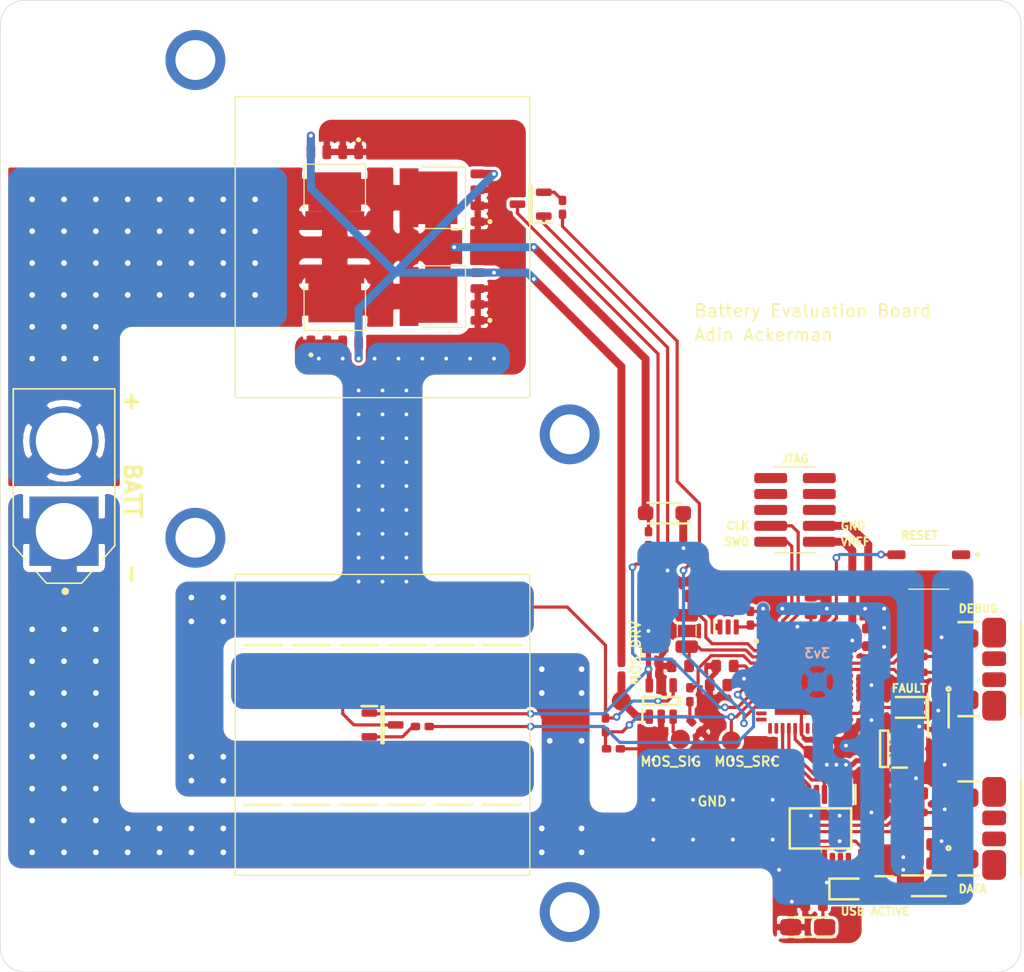
<source format=kicad_pcb>
(kicad_pcb (version 20171130) (host pcbnew "(5.1.5)-3")
  (layers (0 F.Cu signal) (31 B.Cu signal) (34 B.Paste user) (35 F.Paste user) (36 B.SilkS user) (37 F.SilkS user) (38 B.Mask user) (39 F.Mask user) (44 Edge.Cuts user))
  (net 0 "")
  (net 1 GNDREF)
  (net 2 3v3)
  (net 3 "Net-(C3-Pad1)")
  (net 4 "Net-(C4-Pad1)")
  (net 5 VBUS)
  (net 6 SWDIO)
  (net 7 SWCLK)
  (net 8 /DEBUG_D+)
  (net 9 /DEBUG_D-)
  (net 10 D21)
  (net 11 D20)
  (net 12 D6)
  (net 13 D12)
  (net 14 D10)
  (net 15 D11)
  (net 16 D5)
  (net 17 DATA_RX)
  (net 18 DATA_TX)
  (net 19 D9)
  (net 20 /DATA_D-)
  (net 21 /DATA_D+)
  (net 22 MOS_DRIVE)
  (net 23 BATT)
  (net 24 MOS_SOURCE)
  (net 25 "Net-(IC1-Pad3)")
  (net 26 MOS_SIGNAL)
  (net 27 "Net-(H1-Pad2)")
  (net 28 "Net-(H1-Pad1)")
  (net 29 "Net-(H2-Pad2)")
  (net 30 "Net-(H2-Pad1)")
  (net 31 "Net-(IC1-Pad1)")
  (net 32 VREF)
  (net 33 "Net-(IC4-Pad14)")
  (net 34 "Net-(IC5-Pad4)")
  (net 35 "Net-(J1-Pad10)")
  (net 36 "Net-(J1-Pad9)")
  (net 37 "Net-(J1-Pad8)")
  (net 38 "Net-(J1-Pad7)")
  (net 39 "Net-(J1-Pad6)")
  (net 40 "Net-(J1-Pad5)")
  (net 41 "Net-(J3-Pad4)")
  (net 42 "Net-(J3-Pad3)")
  (net 43 "Net-(J3-Pad2)")
  (net 44 "Net-(S1-Pad2)")
  (net 45 "Net-(S1-Pad1)")
  (net 46 "Net-(J4-Pad4)")
  (net 47 "Net-(LED1-Pad2)")
  (net 48 "Net-(LED2-Pad2)")
  (net 49 TEMP1)
  (net 50 TEMP2)
  (net 51 "Net-(IC4-Pad48)")
  (net 52 "Net-(IC4-Pad41)")
  (net 53 "Net-(IC4-Pad40)")
  (net 54 "Net-(IC4-Pad39)")
  (net 55 "Net-(IC4-Pad38)")
  (net 56 "Net-(IC4-Pad37)")
  (net 57 "Net-(IC4-Pad30)")
  (net 58 "Net-(IC4-Pad26)")
  (net 59 "Net-(IC4-Pad23)")
  (net 60 "Net-(IC4-Pad22)")
  (net 61 "Net-(IC4-Pad21)")
  (net 62 "Net-(IC4-Pad20)")
  (net 63 "Net-(IC4-Pad19)")
  (net 64 "Net-(IC4-Pad11)")
  (net 65 "Net-(IC4-Pad9)")
  (net 66 "Net-(IC4-Pad8)")
  (net 67 "Net-(IC5-Pad5)")
  (net 68 "Net-(IC5-Pad2)")
  (net 69 "Net-(C12-Pad1)")
  (net 70 "Net-(C13-Pad1)")
  (net 71 "Net-(IC6-Pad16)")
  (net 72 "Net-(IC6-Pad15)")
  (net 73 "Net-(IC6-Pad14)")
  (net 74 "Net-(IC6-Pad10)")
  (net 75 "Net-(IC6-Pad7)")
  (net 76 "Net-(IC6-Pad6)")
  (net 77 "Net-(IC6-Pad2)")
  (net 78 "Net-(IC7-Pad4)")
  (net 79 "Net-(IC7-Pad3)")
  (net 80 "Net-(C5-Pad1)")
  (net 81 "Net-(C7-Pad1)")
  (net 82 "Net-(C14-Pad1)")
  (net 83 "Net-(D2-Pad2)")
  (net 84 "Net-(D3-Pad2)")
  (net 85 "Net-(IC2-Pad2)")
  (net 86 "Net-(IC3-Pad2)")
  (net 87 "Net-(IC4-Pad13)")
  (module SamacSys_Parts:RESC1005X40N (layer F.Cu) (at 174.244 123.952 315)
    (fp_text reference R3 hide)
    (fp_text value RC0402FR-075KL hide)
    (pad 2 smd roundrect (at 0.55 0 45) (size 0.6 0.75) (layers F.Cu F.Paste F.Mask) (net 1 GNDREF))
    (pad 1 smd roundrect (at -0.55 0 45) (size 0.6 0.75) (layers F.Cu F.Paste F.Mask) (net 25 "Net-(IC1-Pad3)"))
  )
  (module SamacSys_Parts:CM7VT1A32768kHz6pF20PPMTAQC (layer F.Cu) (at 173.482 116.332 90)
    (fp_text reference Y1 hide)
    (fp_text value CM7V-T1A-32.768kHz-6pF-20PPM-TA-QC hide)
    (pad 2 smd roundrect (at 1.25 0 90) (size 1 1.8) (layers F.Cu F.Paste F.Mask) (net 80 "Net-(C5-Pad1)"))
    (pad 1 smd roundrect (at -1.25 0 90) (size 1 1.8) (layers F.Cu F.Paste F.Mask) (net 3 "Net-(C3-Pad1)"))
  )
  (module SamacSys_Parts:EVQP9W02M (layer F.Cu) (at 192.786 111.252 270)
    (fp_text reference S1 hide)
    (fp_text value EVQ-P9W02M hide)
    (pad 4 smd roundrect (at 1 2.575 270) (size 0.7 1.45) (layers F.Cu F.Paste F.Mask) (net 1 GNDREF))
    (pad 3 smd roundrect (at -1 2.575 270) (size 0.7 1.45) (layers F.Cu F.Paste F.Mask) (net 53 "Net-(IC4-Pad40)"))
    (pad 2 smd roundrect (at 1 -2.575 270) (size 0.7 1.45) (layers F.Cu F.Paste F.Mask) (net 44 "Net-(S1-Pad2)"))
    (pad 1 smd roundrect (at -1 -2.575 270) (size 0.7 1.45) (layers F.Cu F.Paste F.Mask) (net 45 "Net-(S1-Pad1)"))
  )
  (module SamacSys_Parts:RESC1005X40N (layer F.Cu) (at 191.77 130.81 180)
    (fp_text reference R30 hide)
    (fp_text value ERJ2RKD27R0X hide)
    (pad 2 smd roundrect (at 0.55 0 270) (size 0.6 0.75) (layers F.Cu F.Paste F.Mask) (net 21 /DATA_D+))
    (pad 1 smd roundrect (at -0.55 0 270) (size 0.6 0.75) (layers F.Cu F.Paste F.Mask) (net 82 "Net-(C14-Pad1)"))
  )
  (module SamacSys_Parts:RESC1005X40N (layer F.Cu) (at 191.262 132.08 180)
    (fp_text reference R29 hide)
    (fp_text value ERJ2RKD27R0X hide)
    (pad 2 smd roundrect (at 0.55 0 270) (size 0.6 0.75) (layers F.Cu F.Paste F.Mask) (net 20 /DATA_D-))
    (pad 1 smd roundrect (at -0.55 0 270) (size 0.6 0.75) (layers F.Cu F.Paste F.Mask) (net 70 "Net-(C13-Pad1)"))
  )
  (module SamacSys_Parts:RESC1005X40N (layer F.Cu) (at 187.452 134.62 270)
    (fp_text reference R28 hide)
    (fp_text value ERJ-2RKF7500X hide)
    (pad 2 smd roundrect (at 0.55 0) (size 0.6 0.75) (layers F.Cu F.Paste F.Mask) (net 48 "Net-(LED2-Pad2)"))
    (pad 1 smd roundrect (at -0.55 0) (size 0.6 0.75) (layers F.Cu F.Paste F.Mask) (net 2 3v3))
  )
  (module SamacSys_Parts:RESC1005X40N (layer F.Cu) (at 191.77 118.364 180)
    (fp_text reference R27 hide)
    (fp_text value ERJ2RKD27R0X hide)
    (pad 2 smd roundrect (at 0.55 0 270) (size 0.6 0.75) (layers F.Cu F.Paste F.Mask) (net 8 /DEBUG_D+))
    (pad 1 smd roundrect (at -0.55 0 270) (size 0.6 0.75) (layers F.Cu F.Paste F.Mask) (net 42 "Net-(J3-Pad3)"))
  )
  (module SamacSys_Parts:RESC1005X40N (layer F.Cu) (at 191.77 119.634 180)
    (fp_text reference R26 hide)
    (fp_text value ERJ2RKD27R0X hide)
    (pad 2 smd roundrect (at 0.55 0 270) (size 0.6 0.75) (layers F.Cu F.Paste F.Mask) (net 9 /DEBUG_D-))
    (pad 1 smd roundrect (at -0.55 0 270) (size 0.6 0.75) (layers F.Cu F.Paste F.Mask) (net 43 "Net-(J3-Pad2)"))
  )
  (module SamacSys_Parts:RESC1005X40N (layer F.Cu) (at 192.024 125.73 90)
    (fp_text reference R25 hide)
    (fp_text value ERJ-U02F1003X hide)
    (pad 2 smd roundrect (at 0.55 0 180) (size 0.6 0.75) (layers F.Cu F.Paste F.Mask) (net 79 "Net-(IC7-Pad3)"))
    (pad 1 smd roundrect (at -0.55 0 180) (size 0.6 0.75) (layers F.Cu F.Paste F.Mask) (net 5 VBUS))
  )
  (module SamacSys_Parts:RESC1005X40N (layer F.Cu) (at 180.086 128.016 180)
    (fp_text reference R24 hide)
    (fp_text value ERJ-S02F1002X hide)
    (pad 2 smd roundrect (at 0.55 0 270) (size 0.6 0.75) (layers F.Cu F.Paste F.Mask) (net 1 GNDREF))
    (pad 1 smd roundrect (at -0.55 0 270) (size 0.6 0.75) (layers F.Cu F.Paste F.Mask) (net 76 "Net-(IC6-Pad6)"))
  )
  (module SamacSys_Parts:RESC1005X40N (layer F.Cu) (at 188.214 122.428)
    (fp_text reference R23 hide)
    (fp_text value ERJ-2RKF7500X hide)
    (pad 2 smd roundrect (at 0.55 0 90) (size 0.6 0.75) (layers F.Cu F.Paste F.Mask) (net 47 "Net-(LED1-Pad2)"))
    (pad 1 smd roundrect (at -0.55 0 90) (size 0.6 0.75) (layers F.Cu F.Paste F.Mask) (net 58 "Net-(IC4-Pad26)"))
  )
  (module SamacSys_Parts:RESC1005X40N (layer F.Cu) (at 178.562 115.316 270)
    (fp_text reference R22 hide)
    (fp_text value ERJ-U02F1001X hide)
    (pad 2 smd roundrect (at 0.55 0) (size 0.6 0.75) (layers F.Cu F.Paste F.Mask) (net 32 VREF))
    (pad 1 smd roundrect (at -0.55 0) (size 0.6 0.75) (layers F.Cu F.Paste F.Mask) (net 2 3v3))
  )
  (module SamacSys_Parts:RESC1005X40N (layer F.Cu) (at 167.64 125.73)
    (fp_text reference R21 hide)
    (fp_text value ERJ-S02F1002X hide)
    (pad 2 smd roundrect (at 0.55 0 90) (size 0.6 0.75) (layers F.Cu F.Paste F.Mask) (net 1 GNDREF))
    (pad 1 smd roundrect (at -0.55 0 90) (size 0.6 0.75) (layers F.Cu F.Paste F.Mask) (net 65 "Net-(IC4-Pad9)"))
  )
  (module SamacSys_Parts:RESC1005X40N (layer F.Cu) (at 167.005 123.825 270)
    (fp_text reference R20 hide)
    (fp_text value RC0402FR-075KL hide)
    (pad 2 smd roundrect (at 0.55 0) (size 0.6 0.75) (layers F.Cu F.Paste F.Mask) (net 65 "Net-(IC4-Pad9)"))
    (pad 1 smd roundrect (at -0.55 0) (size 0.6 0.75) (layers F.Cu F.Paste F.Mask) (net 24 MOS_SOURCE))
  )
  (module SamacSys_Parts:RESC1005X40N (layer F.Cu) (at 170.434 111.506 270)
    (fp_text reference R19 hide)
    (fp_text value ERJ-S02F1002X hide)
    (pad 2 smd roundrect (at 0.55 0) (size 0.6 0.75) (layers F.Cu F.Paste F.Mask) (net 1 GNDREF))
    (pad 1 smd roundrect (at -0.55 0) (size 0.6 0.75) (layers F.Cu F.Paste F.Mask) (net 66 "Net-(IC4-Pad8)"))
  )
  (module SamacSys_Parts:RESC1005X40N (layer F.Cu) (at 170.434 108.966 270)
    (fp_text reference R18 hide)
    (fp_text value RC0402FR-075KL hide)
    (pad 2 smd roundrect (at 0.55 0) (size 0.6 0.75) (layers F.Cu F.Paste F.Mask) (net 66 "Net-(IC4-Pad8)"))
    (pad 1 smd roundrect (at -0.55 0) (size 0.6 0.75) (layers F.Cu F.Paste F.Mask) (net 23 BATT))
  )
  (module SamacSys_Parts:RESC6432X65N (layer F.Cu) (at 154.94 130.175 90)
    (fp_text reference R17 hide)
    (fp_text value CRGP2512F12R hide)
    (pad 2 smd roundrect (at 3.05 0 90) (size 1.1 3.4) (layers F.Cu F.Paste F.Mask) (net 24 MOS_SOURCE))
    (pad 1 smd roundrect (at -3.05 0 90) (size 1.1 3.4) (layers F.Cu F.Paste F.Mask) (net 1 GNDREF))
  )
  (module SamacSys_Parts:RESC6432X65N (layer F.Cu) (at 158.75 130.175 90)
    (fp_text reference R16 hide)
    (fp_text value CRGP2512F12R hide)
    (pad 2 smd roundrect (at 3.05 0 90) (size 1.1 3.4) (layers F.Cu F.Paste F.Mask) (net 24 MOS_SOURCE))
    (pad 1 smd roundrect (at -3.05 0 90) (size 1.1 3.4) (layers F.Cu F.Paste F.Mask) (net 1 GNDREF))
  )
  (module SamacSys_Parts:RESC6432X65N (layer F.Cu) (at 139.7 130.175 90)
    (fp_text reference R15 hide)
    (fp_text value CRGP2512F12R hide)
    (pad 2 smd roundrect (at 3.05 0 90) (size 1.1 3.4) (layers F.Cu F.Paste F.Mask) (net 24 MOS_SOURCE))
    (pad 1 smd roundrect (at -3.05 0 90) (size 1.1 3.4) (layers F.Cu F.Paste F.Mask) (net 1 GNDREF))
  )
  (module SamacSys_Parts:RESC6432X65N (layer F.Cu) (at 143.51 130.175 90)
    (fp_text reference R14 hide)
    (fp_text value CRGP2512F12R hide)
    (pad 2 smd roundrect (at 3.05 0 90) (size 1.1 3.4) (layers F.Cu F.Paste F.Mask) (net 24 MOS_SOURCE))
    (pad 1 smd roundrect (at -3.05 0 90) (size 1.1 3.4) (layers F.Cu F.Paste F.Mask) (net 1 GNDREF))
  )
  (module SamacSys_Parts:RESC6432X65N (layer F.Cu) (at 151.13 130.175 90)
    (fp_text reference R13 hide)
    (fp_text value CRGP2512F12R hide)
    (pad 2 smd roundrect (at 3.05 0 90) (size 1.1 3.4) (layers F.Cu F.Paste F.Mask) (net 24 MOS_SOURCE))
    (pad 1 smd roundrect (at -3.05 0 90) (size 1.1 3.4) (layers F.Cu F.Paste F.Mask) (net 1 GNDREF))
  )
  (module SamacSys_Parts:RESC6432X65N (layer F.Cu) (at 158.75 117.475 90)
    (fp_text reference R12 hide)
    (fp_text value CRGP2512F12R hide)
    (pad 2 smd roundrect (at 3.05 0 90) (size 1.1 3.4) (layers F.Cu F.Paste F.Mask) (net 24 MOS_SOURCE))
    (pad 1 smd roundrect (at -3.05 0 90) (size 1.1 3.4) (layers F.Cu F.Paste F.Mask) (net 1 GNDREF))
  )
  (module SamacSys_Parts:RESC6432X65N (layer F.Cu) (at 139.7 117.475 90)
    (fp_text reference R11 hide)
    (fp_text value CRGP2512F12R hide)
    (pad 2 smd roundrect (at 3.05 0 90) (size 1.1 3.4) (layers F.Cu F.Paste F.Mask) (net 24 MOS_SOURCE))
    (pad 1 smd roundrect (at -3.05 0 90) (size 1.1 3.4) (layers F.Cu F.Paste F.Mask) (net 1 GNDREF))
  )
  (module SamacSys_Parts:RESC6432X65N (layer F.Cu) (at 147.32 130.175 90)
    (fp_text reference R10 hide)
    (fp_text value CRGP2512F12R hide)
    (pad 2 smd roundrect (at 3.05 0 90) (size 1.1 3.4) (layers F.Cu F.Paste F.Mask) (net 24 MOS_SOURCE))
    (pad 1 smd roundrect (at -3.05 0 90) (size 1.1 3.4) (layers F.Cu F.Paste F.Mask) (net 1 GNDREF))
  )
  (module SamacSys_Parts:RESC6432X65N (layer F.Cu) (at 154.94 117.475 90)
    (fp_text reference R9 hide)
    (fp_text value CRGP2512F12R hide)
    (pad 2 smd roundrect (at 3.05 0 90) (size 1.1 3.4) (layers F.Cu F.Paste F.Mask) (net 24 MOS_SOURCE))
    (pad 1 smd roundrect (at -3.05 0 90) (size 1.1 3.4) (layers F.Cu F.Paste F.Mask) (net 1 GNDREF))
  )
  (module SamacSys_Parts:RESC6432X65N (layer F.Cu) (at 143.51 117.475 90)
    (fp_text reference R8 hide)
    (fp_text value CRGP2512F12R hide)
    (pad 2 smd roundrect (at 3.05 0 90) (size 1.1 3.4) (layers F.Cu F.Paste F.Mask) (net 24 MOS_SOURCE))
    (pad 1 smd roundrect (at -3.05 0 90) (size 1.1 3.4) (layers F.Cu F.Paste F.Mask) (net 1 GNDREF))
  )
  (module SamacSys_Parts:RESC6432X65N (layer F.Cu) (at 151.13 117.475 90)
    (fp_text reference R7 hide)
    (fp_text value CRGP2512F12R hide)
    (pad 2 smd roundrect (at 3.05 0 90) (size 1.1 3.4) (layers F.Cu F.Paste F.Mask) (net 24 MOS_SOURCE))
    (pad 1 smd roundrect (at -3.05 0 90) (size 1.1 3.4) (layers F.Cu F.Paste F.Mask) (net 1 GNDREF))
  )
  (module SamacSys_Parts:RESC6432X65N (layer F.Cu) (at 147.32 117.475 90)
    (fp_text reference R6 hide)
    (fp_text value CRGP2512F12R hide)
    (pad 2 smd roundrect (at 3.05 0 90) (size 1.1 3.4) (layers F.Cu F.Paste F.Mask) (net 24 MOS_SOURCE))
    (pad 1 smd roundrect (at -3.05 0 90) (size 1.1 3.4) (layers F.Cu F.Paste F.Mask) (net 1 GNDREF))
  )
  (module SamacSys_Parts:RESC1005X40N (layer F.Cu) (at 163.576 82.55 270)
    (fp_text reference R5 hide)
    (fp_text value RC0402FR-075KL hide)
    (pad 2 smd roundrect (at 0.55 0) (size 0.6 0.75) (layers F.Cu F.Paste F.Mask) (net 50 TEMP2))
    (pad 1 smd roundrect (at -0.55 0) (size 0.6 0.75) (layers F.Cu F.Paste F.Mask) (net 86 "Net-(IC3-Pad2)"))
  )
  (module SamacSys_Parts:RESC1005X40N (layer F.Cu) (at 152.4 123.952)
    (fp_text reference R4 hide)
    (fp_text value RC0402FR-075KL hide)
    (pad 2 smd roundrect (at 0.55 0 90) (size 0.6 0.75) (layers F.Cu F.Paste F.Mask) (net 49 TEMP1))
    (pad 1 smd roundrect (at -0.55 0 90) (size 0.6 0.75) (layers F.Cu F.Paste F.Mask) (net 85 "Net-(IC2-Pad2)"))
  )
  (module SamacSys_Parts:RESC1005X40N (layer F.Cu) (at 168.275 119.38 270)
    (fp_text reference R2 hide)
    (fp_text value ERJ2RKD27R0X hide)
    (pad 2 smd roundrect (at 0.55 0) (size 0.6 0.75) (layers F.Cu F.Paste F.Mask) (net 31 "Net-(IC1-Pad1)"))
    (pad 1 smd roundrect (at -0.55 0) (size 0.6 0.75) (layers F.Cu F.Paste F.Mask) (net 22 MOS_DRIVE))
  )
  (module SamacSys_Parts:RESC1005X40N (layer F.Cu) (at 173.736 121.412 90)
    (fp_text reference R1 hide)
    (fp_text value ERJ-S02F1002X hide)
    (pad 2 smd roundrect (at 0.55 0 180) (size 0.6 0.75) (layers F.Cu F.Paste F.Mask) (net 26 MOS_SIGNAL))
    (pad 1 smd roundrect (at -0.55 0 180) (size 0.6 0.75) (layers F.Cu F.Paste F.Mask) (net 25 "Net-(IC1-Pad3)"))
  )
  (module SamacSys_Parts:PSMN5R660YLX (layer F.Cu) (at 145.415 83.058 180)
    (fp_text reference Q4 hide)
    (fp_text value PH2925U,115 hide)
    (pad 6 smd rect (at 0 -0.55 270) (size 1.5 4.7) (layers F.Cu F.Paste F.Mask) (net 23 BATT))
    (pad 5 smd rect (at 0 1.75 270) (size 3.1 4.2) (layers F.Cu F.Paste F.Mask) (net 23 BATT))
    (pad 4 smd roundrect (at 1.905 4.925 180) (size 0.7 1.15) (layers F.Cu F.Paste F.Mask) (net 22 MOS_DRIVE))
    (pad 3 smd roundrect (at 0.635 4.925 180) (size 0.7 1.15) (layers F.Cu F.Paste F.Mask) (net 24 MOS_SOURCE))
    (pad 2 smd roundrect (at -0.635 4.925 180) (size 0.7 1.15) (layers F.Cu F.Paste F.Mask) (net 24 MOS_SOURCE))
    (pad 1 smd roundrect (at -1.905 4.925 180) (size 0.7 1.15) (layers F.Cu F.Paste F.Mask) (net 24 MOS_SOURCE))
  )
  (module SamacSys_Parts:PSMN5R660YLX (layer F.Cu) (at 145.415 88.42)
    (fp_text reference Q3 hide)
    (fp_text value PH2925U,115 hide)
    (pad 6 smd rect (at 0 -0.55 90) (size 1.5 4.7) (layers F.Cu F.Paste F.Mask) (net 23 BATT))
    (pad 5 smd rect (at 0 1.75 90) (size 3.1 4.2) (layers F.Cu F.Paste F.Mask) (net 23 BATT))
    (pad 4 smd roundrect (at 1.905 4.925) (size 0.7 1.15) (layers F.Cu F.Paste F.Mask) (net 22 MOS_DRIVE))
    (pad 3 smd roundrect (at 0.635 4.925) (size 0.7 1.15) (layers F.Cu F.Paste F.Mask) (net 24 MOS_SOURCE))
    (pad 2 smd roundrect (at -0.635 4.925) (size 0.7 1.15) (layers F.Cu F.Paste F.Mask) (net 24 MOS_SOURCE))
    (pad 1 smd roundrect (at -1.905 4.925) (size 0.7 1.15) (layers F.Cu F.Paste F.Mask) (net 24 MOS_SOURCE))
  )
  (module SamacSys_Parts:PSMN5R660YLX (layer F.Cu) (at 151.892 81.788 90)
    (fp_text reference Q2 hide)
    (fp_text value PH2925U,115 hide)
    (pad 6 smd rect (at 0 -0.55 180) (size 1.5 4.7) (layers F.Cu F.Paste F.Mask) (net 23 BATT))
    (pad 5 smd rect (at 0 1.75 180) (size 3.1 4.2) (layers F.Cu F.Paste F.Mask) (net 23 BATT))
    (pad 4 smd roundrect (at 1.905 4.925 90) (size 0.7 1.15) (layers F.Cu F.Paste F.Mask) (net 22 MOS_DRIVE))
    (pad 3 smd roundrect (at 0.635 4.925 90) (size 0.7 1.15) (layers F.Cu F.Paste F.Mask) (net 24 MOS_SOURCE))
    (pad 2 smd roundrect (at -0.635 4.925 90) (size 0.7 1.15) (layers F.Cu F.Paste F.Mask) (net 24 MOS_SOURCE))
    (pad 1 smd roundrect (at -1.905 4.925 90) (size 0.7 1.15) (layers F.Cu F.Paste F.Mask) (net 24 MOS_SOURCE))
  )
  (module SamacSys_Parts:PSMN5R660YLX (layer F.Cu) (at 151.892 89.662 90)
    (fp_text reference Q1 hide)
    (fp_text value PH2925U,115 hide)
    (pad 6 smd rect (at 0 -0.55 180) (size 1.5 4.7) (layers F.Cu F.Paste F.Mask) (net 23 BATT))
    (pad 5 smd rect (at 0 1.75 180) (size 3.1 4.2) (layers F.Cu F.Paste F.Mask) (net 23 BATT))
    (pad 4 smd roundrect (at 1.905 4.925 90) (size 0.7 1.15) (layers F.Cu F.Paste F.Mask) (net 22 MOS_DRIVE))
    (pad 3 smd roundrect (at 0.635 4.925 90) (size 0.7 1.15) (layers F.Cu F.Paste F.Mask) (net 24 MOS_SOURCE))
    (pad 2 smd roundrect (at -0.635 4.925 90) (size 0.7 1.15) (layers F.Cu F.Paste F.Mask) (net 24 MOS_SOURCE))
    (pad 1 smd roundrect (at -1.905 4.925 90) (size 0.7 1.15) (layers F.Cu F.Paste F.Mask) (net 24 MOS_SOURCE))
  )
  (module SamacSys_Parts:LEDC1608X80N (layer F.Cu) (at 186.436 136.906)
    (fp_text reference LED2 hide)
    (fp_text value 150060AS75000 hide)
    (pad 2 smd roundrect (at 0.75 0 90) (size 0.95 0.95) (layers F.Cu F.Paste F.Mask) (net 48 "Net-(LED2-Pad2)"))
    (pad 1 smd roundrect (at -0.75 0 90) (size 0.95 0.95) (layers F.Cu F.Paste F.Mask) (net 72 "Net-(IC6-Pad15)"))
  )
  (module SamacSys_Parts:APT1608CGCK (layer F.Cu) (at 191.008 122.428 180)
    (fp_text reference LED1 hide)
    (fp_text value APT1608LSECK_J3-PRV hide)
    (pad 2 smd roundrect (at 0.825 0 180) (size 0.8 0.8) (layers F.Cu F.Paste F.Mask) (net 47 "Net-(LED1-Pad2)"))
    (pad 1 smd roundrect (at -0.825 0 180) (size 0.8 0.8) (layers F.Cu F.Paste F.Mask) (net 1 GNDREF))
  )
  (module SamacSys_Parts:47346-0001 (layer F.Cu) (at 200.152 132.08 270)
    (fp_text reference J4 hide)
    (fp_text value 47346-0001 hide)
    (pad 11 smd roundrect (at -2.9125 2.15) (size 1.9 2.375) (layers F.Cu F.Paste F.Mask))
    (pad 10 smd roundrect (at 2.9125 2.15) (size 1.9 2.375) (layers F.Cu F.Paste F.Mask))
    (pad 9 smd roundrect (at -0.8375 2.15 270) (size 1.175 1.9) (layers F.Cu F.Paste F.Mask))
    (pad 8 smd roundrect (at 0.8375 2.15 270) (size 1.175 1.9) (layers F.Cu F.Paste F.Mask))
    (pad 7 smd roundrect (at 2.4525 4.45 270) (size 1.475 2.1) (layers F.Cu F.Paste F.Mask))
    (pad 6 smd roundrect (at -2.4525 4.45 270) (size 1.475 2.1) (layers F.Cu F.Paste F.Mask))
    (pad 5 smd roundrect (at -1.3 4.81 270) (size 0.45 1.38) (layers F.Cu F.Paste F.Mask) (net 1 GNDREF))
    (pad 4 smd roundrect (at -0.65 4.81 270) (size 0.45 1.38) (layers F.Cu F.Paste F.Mask) (net 46 "Net-(J4-Pad4)"))
    (pad 3 smd roundrect (at 0 4.81 270) (size 0.45 1.38) (layers F.Cu F.Paste F.Mask) (net 82 "Net-(C14-Pad1)"))
    (pad 2 smd roundrect (at 0.65 4.81 270) (size 0.45 1.38) (layers F.Cu F.Paste F.Mask) (net 70 "Net-(C13-Pad1)"))
    (pad 1 smd roundrect (at 1.3 4.81 270) (size 0.45 1.38) (layers F.Cu F.Paste F.Mask) (net 84 "Net-(D3-Pad2)"))
  )
  (module SamacSys_Parts:47346-0001 (layer F.Cu) (at 200.152 119.38 270)
    (fp_text reference J3 hide)
    (fp_text value 47346-0001 hide)
    (pad 11 smd roundrect (at -2.9125 2.15) (size 1.9 2.375) (layers F.Cu F.Paste F.Mask))
    (pad 10 smd roundrect (at 2.9125 2.15) (size 1.9 2.375) (layers F.Cu F.Paste F.Mask))
    (pad 9 smd roundrect (at -0.8375 2.15 270) (size 1.175 1.9) (layers F.Cu F.Paste F.Mask))
    (pad 8 smd roundrect (at 0.8375 2.15 270) (size 1.175 1.9) (layers F.Cu F.Paste F.Mask))
    (pad 7 smd roundrect (at 2.4525 4.45 270) (size 1.475 2.1) (layers F.Cu F.Paste F.Mask))
    (pad 6 smd roundrect (at -2.4525 4.45 270) (size 1.475 2.1) (layers F.Cu F.Paste F.Mask))
    (pad 5 smd roundrect (at -1.3 4.81 270) (size 0.45 1.38) (layers F.Cu F.Paste F.Mask) (net 1 GNDREF))
    (pad 4 smd roundrect (at -0.65 4.81 270) (size 0.45 1.38) (layers F.Cu F.Paste F.Mask) (net 41 "Net-(J3-Pad4)"))
    (pad 3 smd roundrect (at 0 4.81 270) (size 0.45 1.38) (layers F.Cu F.Paste F.Mask) (net 42 "Net-(J3-Pad3)"))
    (pad 2 smd roundrect (at 0.65 4.81 270) (size 0.45 1.38) (layers F.Cu F.Paste F.Mask) (net 43 "Net-(J3-Pad2)"))
    (pad 1 smd roundrect (at 1.3 4.81 270) (size 0.45 1.38) (layers F.Cu F.Paste F.Mask) (net 83 "Net-(D2-Pad2)"))
  )
  (module XT60-M:AMASS_XT60-M (layer F.Cu) (at 123.825 104.775 90)
    (fp_text reference J2 hide)
    (fp_text value XT60-M hide)
    (pad 2 thru_hole circle (at 3.6 0 90) (size 5.516 5.516) (drill 4.5) (layers *.Cu *.Mask) (net 23 BATT))
    (pad 1 thru_hole rect (at -3.6 0 90) (size 5.516 5.516) (drill 4.5) (layers *.Cu *.Mask) (net 1 GNDREF))
  )
  (module SamacSys_Parts:M503600542 (layer F.Cu) (at 182.118 106.68 90)
    (fp_text reference J1 hide)
    (fp_text value M50-3600542 hide)
    (pad 10 smd roundrect (at 2.54 -1.94 90) (size 0.8 2.62) (layers F.Cu F.Paste F.Mask) (net 35 "Net-(J1-Pad10)"))
    (pad 9 smd roundrect (at 2.54 1.94 90) (size 0.8 2.62) (layers F.Cu F.Paste F.Mask) (net 36 "Net-(J1-Pad9)"))
    (pad 8 smd roundrect (at 1.27 -1.94 90) (size 0.8 2.62) (layers F.Cu F.Paste F.Mask) (net 37 "Net-(J1-Pad8)"))
    (pad 7 smd roundrect (at 1.27 1.94 90) (size 0.8 2.62) (layers F.Cu F.Paste F.Mask) (net 38 "Net-(J1-Pad7)"))
    (pad 6 smd roundrect (at 0 -1.94 90) (size 0.8 2.62) (layers F.Cu F.Paste F.Mask) (net 39 "Net-(J1-Pad6)"))
    (pad 5 smd roundrect (at 0 1.94 90) (size 0.8 2.62) (layers F.Cu F.Paste F.Mask) (net 40 "Net-(J1-Pad5)"))
    (pad 4 smd roundrect (at -1.27 -1.94 90) (size 0.8 2.62) (layers F.Cu F.Paste F.Mask) (net 7 SWCLK))
    (pad 3 smd roundrect (at -1.27 1.94 90) (size 0.8 2.62) (layers F.Cu F.Paste F.Mask) (net 1 GNDREF))
    (pad 2 smd roundrect (at -2.54 -1.94 90) (size 0.8 2.62) (layers F.Cu F.Paste F.Mask) (net 6 SWDIO))
    (pad 1 smd roundrect (at -2.54 1.94 90) (size 0.8 2.62) (layers F.Cu F.Paste F.Mask) (net 2 3v3))
  )
  (module SamacSys_Parts:SOT95P280X145-5N (layer F.Cu) (at 189.23 125.73 180)
    (fp_text reference IC7 hide)
    (fp_text value SPX3819M5-L-3-3_TR hide)
    (pad 5 smd roundrect (at 1.25 -0.95 270) (size 0.6 1.15) (layers F.Cu F.Paste F.Mask) (net 2 3v3))
    (pad 4 smd roundrect (at 1.25 0.95 270) (size 0.6 1.15) (layers F.Cu F.Paste F.Mask) (net 78 "Net-(IC7-Pad4)"))
    (pad 3 smd roundrect (at -1.25 0.95 270) (size 0.6 1.15) (layers F.Cu F.Paste F.Mask) (net 79 "Net-(IC7-Pad3)"))
    (pad 2 smd roundrect (at -1.25 0 270) (size 0.6 1.15) (layers F.Cu F.Paste F.Mask) (net 1 GNDREF))
    (pad 1 smd roundrect (at -1.25 -0.95 270) (size 0.6 1.15) (layers F.Cu F.Paste F.Mask) (net 5 VBUS))
  )
  (module SamacSys_Parts:SOP64P599X175-16N (layer F.Cu) (at 184.15 132.08 270)
    (fp_text reference IC6 hide)
    (fp_text value FT230XS-U hide)
    (pad 16 smd roundrect (at 2.712 -2.222) (size 0.435 1.526) (layers F.Cu F.Paste F.Mask) (net 71 "Net-(IC6-Pad16)"))
    (pad 15 smd roundrect (at 2.712 -1.588) (size 0.435 1.526) (layers F.Cu F.Paste F.Mask) (net 72 "Net-(IC6-Pad15)"))
    (pad 14 smd roundrect (at 2.712 -0.952) (size 0.435 1.526) (layers F.Cu F.Paste F.Mask) (net 73 "Net-(IC6-Pad14)"))
    (pad 13 smd roundrect (at 2.712 -0.318) (size 0.435 1.526) (layers F.Cu F.Paste F.Mask) (net 1 GNDREF))
    (pad 12 smd roundrect (at 2.712 0.318) (size 0.435 1.526) (layers F.Cu F.Paste F.Mask) (net 69 "Net-(C12-Pad1)"))
    (pad 11 smd roundrect (at 2.712 0.952) (size 0.435 1.526) (layers F.Cu F.Paste F.Mask) (net 2 3v3))
    (pad 10 smd roundrect (at 2.712 1.588) (size 0.435 1.526) (layers F.Cu F.Paste F.Mask) (net 74 "Net-(IC6-Pad10)"))
    (pad 9 smd roundrect (at 2.712 2.222) (size 0.435 1.526) (layers F.Cu F.Paste F.Mask) (net 20 /DATA_D-))
    (pad 8 smd roundrect (at -2.712 2.222) (size 0.435 1.526) (layers F.Cu F.Paste F.Mask) (net 21 /DATA_D+))
    (pad 7 smd roundrect (at -2.712 1.588) (size 0.435 1.526) (layers F.Cu F.Paste F.Mask) (net 75 "Net-(IC6-Pad7)"))
    (pad 6 smd roundrect (at -2.712 0.952) (size 0.435 1.526) (layers F.Cu F.Paste F.Mask) (net 76 "Net-(IC6-Pad6)"))
    (pad 5 smd roundrect (at -2.712 0.318) (size 0.435 1.526) (layers F.Cu F.Paste F.Mask) (net 1 GNDREF))
    (pad 4 smd roundrect (at -2.712 -0.318) (size 0.435 1.526) (layers F.Cu F.Paste F.Mask) (net 18 DATA_TX))
    (pad 3 smd roundrect (at -2.712 -0.952) (size 0.435 1.526) (layers F.Cu F.Paste F.Mask) (net 2 3v3))
    (pad 2 smd roundrect (at -2.712 -1.588) (size 0.435 1.526) (layers F.Cu F.Paste F.Mask) (net 77 "Net-(IC6-Pad2)"))
    (pad 1 smd roundrect (at -2.712 -2.222) (size 0.435 1.526) (layers F.Cu F.Paste F.Mask) (net 17 DATA_RX))
  )
  (module SamacSys_Parts:SOT65P210X110-5N (layer F.Cu) (at 176.784 115.062 90)
    (fp_text reference IC5 hide)
    (fp_text value LM4040D25IDCKR hide)
    (pad 5 smd roundrect (at 0.95 -0.65 180) (size 0.4 1.2) (layers F.Cu F.Paste F.Mask) (net 67 "Net-(IC5-Pad5)"))
    (pad 4 smd roundrect (at 0.95 0.65 180) (size 0.4 1.2) (layers F.Cu F.Paste F.Mask) (net 34 "Net-(IC5-Pad4)"))
    (pad 3 smd roundrect (at -0.95 0.65 180) (size 0.4 1.2) (layers F.Cu F.Paste F.Mask) (net 32 VREF))
    (pad 2 smd roundrect (at -0.95 0 180) (size 0.4 1.2) (layers F.Cu F.Paste F.Mask) (net 68 "Net-(IC5-Pad2)"))
    (pad 1 smd roundrect (at -0.95 -0.65 180) (size 0.4 1.2) (layers F.Cu F.Paste F.Mask) (net 1 GNDREF))
  )
  (module SamacSys_Parts:QFN50P700X700X90-49N-D (layer F.Cu) (at 182.88 120.65)
    (fp_text reference IC4 hide)
    (fp_text value ATSAMD21G18A-MU hide)
    (pad 49 smd rect (at 0 0) (size 4.75 4.75) (layers F.Cu F.Paste F.Mask) (net 1 GNDREF))
    (pad 48 smd roundrect (at -2.75 -3.45) (size 0.3 0.85) (layers F.Cu F.Paste F.Mask) (net 51 "Net-(IC4-Pad48)"))
    (pad 47 smd roundrect (at -2.25 -3.45) (size 0.3 0.85) (layers F.Cu F.Paste F.Mask) (net 32 VREF))
    (pad 46 smd roundrect (at -1.75 -3.45) (size 0.3 0.85) (layers F.Cu F.Paste F.Mask) (net 6 SWDIO))
    (pad 45 smd roundrect (at -1.25 -3.45) (size 0.3 0.85) (layers F.Cu F.Paste F.Mask) (net 7 SWCLK))
    (pad 44 smd roundrect (at -0.75 -3.45) (size 0.3 0.85) (layers F.Cu F.Paste F.Mask) (net 2 3v3))
    (pad 43 smd roundrect (at -0.25 -3.45) (size 0.3 0.85) (layers F.Cu F.Paste F.Mask) (net 81 "Net-(C7-Pad1)"))
    (pad 42 smd roundrect (at 0.25 -3.45) (size 0.3 0.85) (layers F.Cu F.Paste F.Mask) (net 1 GNDREF))
    (pad 41 smd roundrect (at 0.75 -3.45) (size 0.3 0.85) (layers F.Cu F.Paste F.Mask) (net 52 "Net-(IC4-Pad41)"))
    (pad 40 smd roundrect (at 1.25 -3.45) (size 0.3 0.85) (layers F.Cu F.Paste F.Mask) (net 53 "Net-(IC4-Pad40)"))
    (pad 39 smd roundrect (at 1.75 -3.45) (size 0.3 0.85) (layers F.Cu F.Paste F.Mask) (net 54 "Net-(IC4-Pad39)"))
    (pad 38 smd roundrect (at 2.25 -3.45) (size 0.3 0.85) (layers F.Cu F.Paste F.Mask) (net 55 "Net-(IC4-Pad38)"))
    (pad 37 smd roundrect (at 2.75 -3.45) (size 0.3 0.85) (layers F.Cu F.Paste F.Mask) (net 56 "Net-(IC4-Pad37)"))
    (pad 36 smd roundrect (at 3.45 -2.75 90) (size 0.3 0.85) (layers F.Cu F.Paste F.Mask) (net 2 3v3))
    (pad 35 smd roundrect (at 3.45 -2.25 90) (size 0.3 0.85) (layers F.Cu F.Paste F.Mask) (net 1 GNDREF))
    (pad 34 smd roundrect (at 3.45 -1.75 90) (size 0.3 0.85) (layers F.Cu F.Paste F.Mask) (net 8 /DEBUG_D+))
    (pad 33 smd roundrect (at 3.45 -1.25 90) (size 0.3 0.85) (layers F.Cu F.Paste F.Mask) (net 9 /DEBUG_D-))
    (pad 32 smd roundrect (at 3.45 -0.75 90) (size 0.3 0.85) (layers F.Cu F.Paste F.Mask) (net 10 D21))
    (pad 31 smd roundrect (at 3.45 -0.25 90) (size 0.3 0.85) (layers F.Cu F.Paste F.Mask) (net 11 D20))
    (pad 30 smd roundrect (at 3.45 0.25 90) (size 0.3 0.85) (layers F.Cu F.Paste F.Mask) (net 57 "Net-(IC4-Pad30)"))
    (pad 29 smd roundrect (at 3.45 0.75 90) (size 0.3 0.85) (layers F.Cu F.Paste F.Mask) (net 12 D6))
    (pad 28 smd roundrect (at 3.45 1.25 90) (size 0.3 0.85) (layers F.Cu F.Paste F.Mask) (net 13 D12))
    (pad 27 smd roundrect (at 3.45 1.75 90) (size 0.3 0.85) (layers F.Cu F.Paste F.Mask) (net 14 D10))
    (pad 26 smd roundrect (at 3.45 2.25 90) (size 0.3 0.85) (layers F.Cu F.Paste F.Mask) (net 58 "Net-(IC4-Pad26)"))
    (pad 25 smd roundrect (at 3.45 2.75 90) (size 0.3 0.85) (layers F.Cu F.Paste F.Mask) (net 15 D11))
    (pad 24 smd roundrect (at 2.75 3.45) (size 0.3 0.85) (layers F.Cu F.Paste F.Mask) (net 16 D5))
    (pad 23 smd roundrect (at 2.25 3.45) (size 0.3 0.85) (layers F.Cu F.Paste F.Mask) (net 59 "Net-(IC4-Pad23)"))
    (pad 22 smd roundrect (at 1.75 3.45) (size 0.3 0.85) (layers F.Cu F.Paste F.Mask) (net 60 "Net-(IC4-Pad22)"))
    (pad 21 smd roundrect (at 1.25 3.45) (size 0.3 0.85) (layers F.Cu F.Paste F.Mask) (net 61 "Net-(IC4-Pad21)"))
    (pad 20 smd roundrect (at 0.75 3.45) (size 0.3 0.85) (layers F.Cu F.Paste F.Mask) (net 62 "Net-(IC4-Pad20)"))
    (pad 19 smd roundrect (at 0.25 3.45) (size 0.3 0.85) (layers F.Cu F.Paste F.Mask) (net 63 "Net-(IC4-Pad19)"))
    (pad 18 smd roundrect (at -0.25 3.45) (size 0.3 0.85) (layers F.Cu F.Paste F.Mask) (net 1 GNDREF))
    (pad 17 smd roundrect (at -0.75 3.45) (size 0.3 0.85) (layers F.Cu F.Paste F.Mask) (net 2 3v3))
    (pad 16 smd roundrect (at -1.25 3.45) (size 0.3 0.85) (layers F.Cu F.Paste F.Mask) (net 17 DATA_RX))
    (pad 15 smd roundrect (at -1.75 3.45) (size 0.3 0.85) (layers F.Cu F.Paste F.Mask) (net 18 DATA_TX))
    (pad 14 smd roundrect (at -2.25 3.45) (size 0.3 0.85) (layers F.Cu F.Paste F.Mask) (net 33 "Net-(IC4-Pad14)"))
    (pad 13 smd roundrect (at -2.75 3.45) (size 0.3 0.85) (layers F.Cu F.Paste F.Mask) (net 87 "Net-(IC4-Pad13)"))
    (pad 12 smd roundrect (at -3.45 2.75 90) (size 0.3 0.85) (layers F.Cu F.Paste F.Mask) (net 19 D9))
    (pad 11 smd roundrect (at -3.45 2.25 90) (size 0.3 0.85) (layers F.Cu F.Paste F.Mask) (net 64 "Net-(IC4-Pad11)"))
    (pad 10 smd roundrect (at -3.45 1.75 90) (size 0.3 0.85) (layers F.Cu F.Paste F.Mask) (net 50 TEMP2))
    (pad 9 smd roundrect (at -3.45 1.25 90) (size 0.3 0.85) (layers F.Cu F.Paste F.Mask) (net 65 "Net-(IC4-Pad9)"))
    (pad 8 smd roundrect (at -3.45 0.75 90) (size 0.3 0.85) (layers F.Cu F.Paste F.Mask) (net 66 "Net-(IC4-Pad8)"))
    (pad 7 smd roundrect (at -3.45 0.25 90) (size 0.3 0.85) (layers F.Cu F.Paste F.Mask) (net 49 TEMP1))
    (pad 6 smd roundrect (at -3.45 -0.25 90) (size 0.3 0.85) (layers F.Cu F.Paste F.Mask) (net 2 3v3))
    (pad 5 smd roundrect (at -3.45 -0.75 90) (size 0.3 0.85) (layers F.Cu F.Paste F.Mask) (net 1 GNDREF))
    (pad 4 smd roundrect (at -3.45 -1.25 90) (size 0.3 0.85) (layers F.Cu F.Paste F.Mask) (net 4 "Net-(C4-Pad1)"))
    (pad 3 smd roundrect (at -3.45 -1.75 90) (size 0.3 0.85) (layers F.Cu F.Paste F.Mask) (net 26 MOS_SIGNAL))
    (pad 2 smd roundrect (at -3.45 -2.25 90) (size 0.3 0.85) (layers F.Cu F.Paste F.Mask) (net 3 "Net-(C3-Pad1)"))
    (pad 1 smd roundrect (at -3.45 -2.75 90) (size 0.3 0.85) (layers F.Cu F.Paste F.Mask) (net 80 "Net-(C5-Pad1)"))
  )
  (module SamacSys_Parts:SOT95P237X112-3N (layer F.Cu) (at 161.036 82.296 180)
    (fp_text reference IC3 hide)
    (fp_text value TMP235AEDBZRQ1 hide)
    (pad 3 smd roundrect (at 1.05 0 270) (size 0.6 1.25) (layers F.Cu F.Paste F.Mask) (net 1 GNDREF))
    (pad 2 smd roundrect (at -1.05 0.95 270) (size 0.6 1.25) (layers F.Cu F.Paste F.Mask) (net 86 "Net-(IC3-Pad2)"))
    (pad 1 smd roundrect (at -1.05 -0.95 270) (size 0.6 1.25) (layers F.Cu F.Paste F.Mask) (net 5 VBUS))
  )
  (module SamacSys_Parts:SOT95P237X112-3N (layer F.Cu) (at 149.225 123.825)
    (fp_text reference IC2 hide)
    (fp_text value TMP235AEDBZRQ1 hide)
    (pad 3 smd roundrect (at 1.05 0 90) (size 0.6 1.25) (layers F.Cu F.Paste F.Mask) (net 1 GNDREF))
    (pad 2 smd roundrect (at -1.05 0.95 90) (size 0.6 1.25) (layers F.Cu F.Paste F.Mask) (net 85 "Net-(IC2-Pad2)"))
    (pad 1 smd roundrect (at -1.05 -0.95 90) (size 0.6 1.25) (layers F.Cu F.Paste F.Mask) (net 5 VBUS))
  )
  (module SamacSys_Parts:SOT95P280X145-5N (layer F.Cu) (at 171.45 121.92 90)
    (fp_text reference IC1 hide)
    (fp_text value TLV9101IDBVR hide)
    (pad 5 smd roundrect (at 1.25 -0.95 180) (size 0.6 1.15) (layers F.Cu F.Paste F.Mask) (net 5 VBUS))
    (pad 4 smd roundrect (at 1.25 0.95 180) (size 0.6 1.15) (layers F.Cu F.Paste F.Mask) (net 24 MOS_SOURCE))
    (pad 3 smd roundrect (at -1.25 0.95 180) (size 0.6 1.15) (layers F.Cu F.Paste F.Mask) (net 25 "Net-(IC1-Pad3)"))
    (pad 2 smd roundrect (at -1.25 0 180) (size 0.6 1.15) (layers F.Cu F.Paste F.Mask) (net 1 GNDREF))
    (pad 1 smd roundrect (at -1.25 -0.95 180) (size 0.6 1.15) (layers F.Cu F.Paste F.Mask) (net 31 "Net-(IC1-Pad1)"))
  )
  (module SamacSys_Parts:9602312DAB0 (layer F.Cu) (at 149.225 123.825 270)
    (fp_text reference H2 hide)
    (fp_text value 960-23-12-D-AB-0 hide)
    (pad 2 thru_hole circle (at 14.925 -14.925 270) (size 4.77 4.77) (drill 3.18) (layers *.Cu *.Mask) (net 29 "Net-(H2-Pad2)"))
    (pad 1 thru_hole circle (at -14.925 14.925 270) (size 4.77 4.77) (drill 3.18) (layers *.Cu *.Mask) (net 30 "Net-(H2-Pad1)"))
  )
  (module SamacSys_Parts:9602312DAB0 (layer F.Cu) (at 149.225 85.725 270)
    (fp_text reference H1 hide)
    (fp_text value 960-23-12-D-AB-0 hide)
    (pad 2 thru_hole circle (at 14.925 -14.925 270) (size 4.77 4.77) (drill 3.18) (layers *.Cu *.Mask) (net 27 "Net-(H1-Pad2)"))
    (pad 1 thru_hole circle (at -14.925 14.925 270) (size 4.77 4.77) (drill 3.18) (layers *.Cu *.Mask) (net 28 "Net-(H1-Pad1)"))
  )
  (module SamacSys_Parts:BEADC3216X130N (layer F.Cu) (at 189.23 135.89 90)
    (fp_text reference FB1 hide)
    (fp_text value MI1206K601R-10 hide)
    (pad 2 smd roundrect (at 1.45 0 90) (size 1.2 1.8) (layers F.Cu F.Paste F.Mask) (net 5 VBUS))
    (pad 1 smd roundrect (at -1.45 0 90) (size 1.2 1.8) (layers F.Cu F.Paste F.Mask) (net 69 "Net-(C12-Pad1)"))
  )
  (module SamacSys_Parts:SODFL3616X98N (layer F.Cu) (at 192.786 136.652)
    (fp_text reference D3 hide)
    (fp_text value MBR120VLSFT3G hide)
    (pad 2 smd roundrect (at 1.5 0 90) (size 1.12 1.24) (layers F.Cu F.Paste F.Mask) (net 84 "Net-(D3-Pad2)"))
    (pad 1 smd roundrect (at -1.5 0 90) (size 1.12 1.24) (layers F.Cu F.Paste F.Mask) (net 5 VBUS))
  )
  (module SamacSys_Parts:SODFL3616X98N (layer F.Cu) (at 193.548 122.682 90)
    (fp_text reference D2 hide)
    (fp_text value MBR120VLSFT3G hide)
    (pad 2 smd roundrect (at 1.5 0 180) (size 1.12 1.24) (layers F.Cu F.Paste F.Mask) (net 83 "Net-(D2-Pad2)"))
    (pad 1 smd roundrect (at -1.5 0 180) (size 1.12 1.24) (layers F.Cu F.Paste F.Mask) (net 5 VBUS))
  )
  (module SamacSys_Parts:SODFL3616X98N (layer F.Cu) (at 171.704 106.934 180)
    (fp_text reference D1 hide)
    (fp_text value MBR120VLSFT3G hide)
    (pad 2 smd roundrect (at 1.5 0 270) (size 1.12 1.24) (layers F.Cu F.Paste F.Mask) (net 23 BATT))
    (pad 1 smd roundrect (at -1.5 0 270) (size 1.12 1.24) (layers F.Cu F.Paste F.Mask) (net 5 VBUS))
  )
  (module SamacSys_Parts:CAPC1608X90N (layer F.Cu) (at 192.278 134.874)
    (fp_text reference C17 hide)
    (fp_text value 0603ZC103KAT2A hide)
    (pad 2 smd roundrect (at 0.7 0) (size 0.78 0.99) (layers F.Cu F.Paste F.Mask) (net 1 GNDREF))
    (pad 1 smd roundrect (at -0.7 0) (size 0.78 0.99) (layers F.Cu F.Paste F.Mask) (net 5 VBUS))
  )
  (module SamacSys_Parts:CAPPM3216X180N (layer F.Cu) (at 183.134 139.954 180)
    (fp_text reference C16 hide)
    (fp_text value TAJA475K010RNJV hide)
    (pad 2 smd roundrect (at 1.35 0 270) (size 1.3 1.7) (layers F.Cu F.Paste F.Mask) (net 1 GNDREF))
    (pad 1 smd roundrect (at -1.35 0 270) (size 1.3 1.7) (layers F.Cu F.Paste F.Mask) (net 69 "Net-(C12-Pad1)"))
  )
  (module SamacSys_Parts:CAPC1608X90N (layer F.Cu) (at 188.722 129.286)
    (fp_text reference C15 hide)
    (fp_text value 0603ZC105KAT2A hide)
    (pad 2 smd roundrect (at 0.7 0) (size 0.78 0.99) (layers F.Cu F.Paste F.Mask) (net 1 GNDREF))
    (pad 1 smd roundrect (at -0.7 0) (size 0.78 0.99) (layers F.Cu F.Paste F.Mask) (net 2 3v3))
  )
  (module SamacSys_Parts:CAPC1608X90N (layer F.Cu) (at 193.04 129.286)
    (fp_text reference C14 hide)
    (fp_text value 06033C470KAT2A hide)
    (pad 2 smd roundrect (at 0.7 0) (size 0.78 0.99) (layers F.Cu F.Paste F.Mask) (net 1 GNDREF))
    (pad 1 smd roundrect (at -0.7 0) (size 0.78 0.99) (layers F.Cu F.Paste F.Mask) (net 82 "Net-(C14-Pad1)"))
  )
  (module SamacSys_Parts:CAPC1608X90N (layer F.Cu) (at 192.278 133.35)
    (fp_text reference C13 hide)
    (fp_text value 06033C470KAT2A hide)
    (pad 2 smd roundrect (at 0.7 0) (size 0.78 0.99) (layers F.Cu F.Paste F.Mask) (net 1 GNDREF))
    (pad 1 smd roundrect (at -0.7 0) (size 0.78 0.99) (layers F.Cu F.Paste F.Mask) (net 70 "Net-(C13-Pad1)"))
  )
  (module SamacSys_Parts:CAPC1608X90N (layer F.Cu) (at 183.642 138.176 180)
    (fp_text reference C12 hide)
    (fp_text value 06033C104KAT2A hide)
    (pad 2 smd roundrect (at 0.7 0 180) (size 0.78 0.99) (layers F.Cu F.Paste F.Mask) (net 1 GNDREF))
    (pad 1 smd roundrect (at -0.7 0 180) (size 0.78 0.99) (layers F.Cu F.Paste F.Mask) (net 69 "Net-(C12-Pad1)"))
  )
  (module SamacSys_Parts:CAPC1608X90N (layer F.Cu) (at 188.722 128.016)
    (fp_text reference C11 hide)
    (fp_text value 0603ZD106KAT4A hide)
    (pad 2 smd roundrect (at 0.7 0) (size 0.78 0.99) (layers F.Cu F.Paste F.Mask) (net 1 GNDREF))
    (pad 1 smd roundrect (at -0.7 0) (size 0.78 0.99) (layers F.Cu F.Paste F.Mask) (net 2 3v3))
  )
  (module SamacSys_Parts:CAPC1608X90N (layer F.Cu) (at 190.754 128.778 270)
    (fp_text reference C10 hide)
    (fp_text value 0603ZD106KAT4A hide)
    (pad 2 smd roundrect (at 0.7 0 270) (size 0.78 0.99) (layers F.Cu F.Paste F.Mask) (net 1 GNDREF))
    (pad 1 smd roundrect (at -0.7 0 270) (size 0.78 0.99) (layers F.Cu F.Paste F.Mask) (net 5 VBUS))
  )
  (module SamacSys_Parts:CAPC1608X90N (layer F.Cu) (at 187.96 116.84 90)
    (fp_text reference C9 hide)
    (fp_text value 06033C104KAT2A hide)
    (pad 2 smd roundrect (at 0.7 0 90) (size 0.78 0.99) (layers F.Cu F.Paste F.Mask) (net 1 GNDREF))
    (pad 1 smd roundrect (at -0.7 0 90) (size 0.78 0.99) (layers F.Cu F.Paste F.Mask) (net 2 3v3))
  )
  (module SamacSys_Parts:CAPC1608X90N (layer F.Cu) (at 182.372 136.652 180)
    (fp_text reference C8 hide)
    (fp_text value 06033C104KAT2A hide)
    (pad 2 smd roundrect (at 0.7 0 180) (size 0.78 0.99) (layers F.Cu F.Paste F.Mask) (net 1 GNDREF))
    (pad 1 smd roundrect (at -0.7 0 180) (size 0.78 0.99) (layers F.Cu F.Paste F.Mask) (net 2 3v3))
  )
  (module SamacSys_Parts:CAPC1608X90N (layer F.Cu) (at 183.388 114.3 90)
    (fp_text reference C7 hide)
    (fp_text value 0603ZC105KAT2A hide)
    (pad 2 smd roundrect (at 0.7 0 90) (size 0.78 0.99) (layers F.Cu F.Paste F.Mask) (net 1 GNDREF))
    (pad 1 smd roundrect (at -0.7 0 90) (size 0.78 0.99) (layers F.Cu F.Paste F.Mask) (net 81 "Net-(C7-Pad1)"))
  )
  (module SamacSys_Parts:CAPC1608X90N (layer F.Cu) (at 183.896 125.984 180)
    (fp_text reference C6 hide)
    (fp_text value 06033C104KAT2A hide)
    (pad 2 smd roundrect (at 0.7 0 180) (size 0.78 0.99) (layers F.Cu F.Paste F.Mask) (net 2 3v3))
    (pad 1 smd roundrect (at -0.7 0 180) (size 0.78 0.99) (layers F.Cu F.Paste F.Mask) (net 1 GNDREF))
  )
  (module SamacSys_Parts:CAPC1608X90N (layer F.Cu) (at 172.974 113.538 180)
    (fp_text reference C5 hide)
    (fp_text value 06035A220JAT4A hide)
    (pad 2 smd roundrect (at 0.7 0 180) (size 0.78 0.99) (layers F.Cu F.Paste F.Mask) (net 1 GNDREF))
    (pad 1 smd roundrect (at -0.7 0 180) (size 0.78 0.99) (layers F.Cu F.Paste F.Mask) (net 80 "Net-(C5-Pad1)"))
  )
  (module SamacSys_Parts:CAPC1608X90N (layer F.Cu) (at 176.53 119.126 180)
    (fp_text reference C4 hide)
    (fp_text value 0603ZC105KAT2A hide)
    (pad 2 smd roundrect (at 0.7 0 180) (size 0.78 0.99) (layers F.Cu F.Paste F.Mask) (net 1 GNDREF))
    (pad 1 smd roundrect (at -0.7 0 180) (size 0.78 0.99) (layers F.Cu F.Paste F.Mask) (net 4 "Net-(C4-Pad1)"))
  )
  (module SamacSys_Parts:CAPC1608X90N (layer F.Cu) (at 172.974 119.126 180)
    (fp_text reference C3 hide)
    (fp_text value 06035A220JAT4A hide)
    (pad 2 smd roundrect (at 0.7 0 180) (size 0.78 0.99) (layers F.Cu F.Paste F.Mask) (net 1 GNDREF))
    (pad 1 smd roundrect (at -0.7 0 180) (size 0.78 0.99) (layers F.Cu F.Paste F.Mask) (net 3 "Net-(C3-Pad1)"))
  )
  (module SamacSys_Parts:CAPC1608X90N (layer F.Cu) (at 176.022 120.65 180)
    (fp_text reference C2 hide)
    (fp_text value 06033C104KAT2A hide)
    (pad 2 smd roundrect (at 0.7 0 180) (size 0.78 0.99) (layers F.Cu F.Paste F.Mask) (net 1 GNDREF))
    (pad 1 smd roundrect (at -0.7 0 180) (size 0.78 0.99) (layers F.Cu F.Paste F.Mask) (net 2 3v3))
  )
  (module SamacSys_Parts:CAPC1608X90N (layer F.Cu) (at 170.942 117.602)
    (fp_text reference C1 hide)
    (fp_text value 06033C104KAT2A hide)
    (pad 2 smd roundrect (at 0.7 0) (size 0.78 0.99) (layers F.Cu F.Paste F.Mask) (net 1 GNDREF))
    (pad 1 smd roundrect (at -0.7 0) (size 0.78 0.99) (layers F.Cu F.Paste F.Mask) (net 5 VBUS))
  )
  (module Measurement_Points:Standard_Probe_Point (layer F.Cu) (at 175.514 128.27)
    (fp_text reference TP4 hide)
    (fp_text value TestPoint_Probe hide)
    (pad 1 smd circle (at 0 0) (size 1.524 1.524) (layers F.Cu F.Paste F.Mask) (net 1 GNDREF))
  )
  (module Measurement_Points:Standard_Probe_Point (layer F.Cu) (at 168.275 121.92)
    (fp_text reference TP2 hide)
    (fp_text value TestPoint_Probe hide)
    (pad 1 smd circle (at 0 0) (size 1.524 1.524) (layers F.Cu F.Paste F.Mask) (net 31 "Net-(IC1-Pad1)"))
  )
  (module Measurement_Points:Standard_Probe_Point (layer B.Cu) (at 183.896 120.396)
    (fp_text reference TP5 hide)
    (fp_text value TestPoint_Probe hide)
    (pad 1 smd circle (at 0 0) (size 1.524 1.524) (layers B.Cu B.Paste B.Mask) (net 2 3v3))
  )
  (module Measurement_Points:Standard_Probe_Point (layer F.Cu) (at 172.974 124.968)
    (fp_text reference TP1 hide)
    (fp_text value TestPoint_Probe hide)
    (pad 1 smd circle (at 0 0) (size 1.524 1.524) (layers F.Cu F.Paste F.Mask) (net 25 "Net-(IC1-Pad3)"))
  )
  (module Measurement_Points:Standard_Probe_Point (layer F.Cu) (at 177.038 125.095)
    (fp_text reference TP3 hide)
    (fp_text value TestPoint_Probe hide)
    (pad 1 smd circle (at 0 0) (size 1.524 1.524) (layers F.Cu F.Paste F.Mask) (net 65 "Net-(IC4-Pad9)"))
  )
  (gr_text RESET (at 190.5 108.712) (layer F.SilkS) (effects (font (size 0.635 0.635) (thickness 0.15875)) (justify left)))
  (gr_text "USB ACTIVE" (at 185.674 138.684) (layer F.SilkS) (effects (font (size 0.635 0.635) (thickness 0.15875)) (justify left)))
  (gr_text SWO (at 178.562 109.22) (layer F.SilkS) (effects (font (size 0.635 0.635) (thickness 0.15875)) (justify right)))
  (gr_text CLK (at 178.562 107.95) (layer F.SilkS) (effects (font (size 0.635 0.635) (thickness 0.15875)) (justify right)))
  (gr_text GND (at 185.674 107.95) (layer F.SilkS) (effects (font (size 0.635 0.635) (thickness 0.15875)) (justify left)))
  (gr_text VREF (at 185.674 109.22) (layer F.SilkS) (effects (font (size 0.635 0.635) (thickness 0.15875)) (justify left)))
  (gr_text "Adin Ackerman" (at 173.99 92.71) (layer F.SilkS) (effects (font (size 1 1)) (justify left)))
  (gr_text "Battery Evaluation Board" (at 173.99 90.805) (layer F.SilkS) (effects (font (size 1 1)) (justify left)))
  (gr_text BATT (at 129.286 105.156 270) (layer F.SilkS) (effects (font (size 1.27 1.27) (thickness 0.3048))))
  (gr_text - (at 129.286 112.776 270) (layer F.SilkS) (effects (font (size 1.27 1.27) (thickness 0.3048)) (justify right)))
  (gr_text + (at 129.286 97.028 270) (layer F.SilkS) (effects (font (size 1.27 1.27) (thickness 0.3048)) (justify left)))
  (gr_text JTAG (at 182.118 102.616) (layer F.SilkS) (effects (font (size 0.635 0.635) (thickness 0.15875))))
  (gr_text FAULT (at 189.738 120.904) (layer F.SilkS) (effects (font (size 0.635 0.635) (thickness 0.15875)) (justify left)))
  (gr_text GND (at 175.514 129.921) (layer F.SilkS) (effects (font (size 0.762 0.762) (thickness 0.1524))))
  (gr_text MOS_DRV (at 169.418 118.11 90) (layer F.SilkS) (effects (font (size 0.762 0.762) (thickness 0.1524))))
  (gr_text MOS_SIG (at 172.212 126.746) (layer F.SilkS) (effects (font (size 0.762 0.762) (thickness 0.1524))))
  (gr_text MOS_SRC (at 178.308 126.746) (layer F.SilkS) (effects (font (size 0.762 0.762) (thickness 0.1524))))
  (gr_text 3v3 (at 183.896 118.11) (layer B.SilkS) (effects (font (size 0.762 0.762) (thickness 0.1524)) (justify mirror)))
  (gr_arc (start 198.247 67.945) (end 200.152 67.945) (angle -90) (layer Edge.Cuts) (width 0.05))
  (gr_line (start 120.65 66.04) (end 198.247 66.04) (layer Edge.Cuts) (width 0.05))
  (gr_arc (start 120.65 67.945) (end 120.65 66.04) (angle -90) (layer Edge.Cuts) (width 0.05))
  (gr_line (start 118.745 141.605) (end 118.745 67.945) (layer Edge.Cuts) (width 0.05))
  (gr_arc (start 120.65 141.605) (end 118.745 141.605) (angle -90) (layer Edge.Cuts) (width 0.05))
  (gr_line (start 200.152 141.605) (end 200.152 67.945) (layer Edge.Cuts) (width 0.05))
  (gr_arc (start 198.247 141.605) (end 198.247 143.51) (angle -90) (layer Edge.Cuts) (width 0.05))
  (gr_line (start 120.65 143.51) (end 198.247 143.51) (layer Edge.Cuts) (width 0.05))
  (gr_text DATA (at 195.072 136.906) (layer F.SilkS) (effects (font (size 0.635 0.635) (thickness 0.15875)) (justify left)))
  (gr_text DEBUG (at 195.072 114.554) (layer F.SilkS) (effects (font (size 0.635 0.635) (thickness 0.15875)) (justify left)))
  (via (at 126.365 123.825) (size 0.8128) (drill 0.4572) (layers F.Cu B.Cu) (net 1))
  (via (at 126.365 118.745) (size 0.8128) (drill 0.4572) (layers F.Cu B.Cu) (net 1))
  (via (at 121.285 116.205) (size 0.8128) (drill 0.4572) (layers F.Cu B.Cu) (net 1))
  (via (at 126.365 126.365) (size 0.8128) (drill 0.4572) (layers F.Cu B.Cu) (net 1))
  (via (at 121.285 128.905) (size 0.8128) (drill 0.4572) (layers F.Cu B.Cu) (net 1))
  (via (at 126.365 121.285) (size 0.8128) (drill 0.4572) (layers F.Cu B.Cu) (net 1))
  (via (at 123.825 118.745) (size 0.8128) (drill 0.4572) (layers F.Cu B.Cu) (net 1))
  (via (at 123.825 126.365) (size 0.8128) (drill 0.4572) (layers F.Cu B.Cu) (net 1))
  (via (at 126.365 116.205) (size 0.8128) (drill 0.4572) (layers F.Cu B.Cu) (net 1))
  (via (at 121.285 118.745) (size 0.8128) (drill 0.4572) (layers F.Cu B.Cu) (net 1))
  (via (at 126.365 128.905) (size 0.8128) (drill 0.4572) (layers F.Cu B.Cu) (net 1))
  (via (at 123.825 128.905) (size 0.8128) (drill 0.4572) (layers F.Cu B.Cu) (net 1))
  (via (at 121.285 121.285) (size 0.8128) (drill 0.4572) (layers F.Cu B.Cu) (net 1))
  (via (at 121.285 126.365) (size 0.8128) (drill 0.4572) (layers F.Cu B.Cu) (net 1))
  (via (at 121.285 123.825) (size 0.8128) (drill 0.4572) (layers F.Cu B.Cu) (net 1))
  (via (at 123.825 116.205) (size 0.8128) (drill 0.4572) (layers F.Cu B.Cu) (net 1))
  (via (at 123.825 123.825) (size 0.8128) (drill 0.4572) (layers F.Cu B.Cu) (net 1))
  (via (at 123.825 121.285) (size 0.8128) (drill 0.4572) (layers F.Cu B.Cu) (net 1))
  (via (at 180.848 135.382) (size 0.6096) (drill 0.3048) (layers F.Cu B.Cu) (net 1))
  (via (at 184.658 136.398) (size 0.6096) (drill 0.3048) (layers F.Cu B.Cu) (net 1))
  (via (at 188.214 130.81) (size 0.6096) (drill 0.3048) (layers F.Cu B.Cu) (net 1))
  (via (at 188.214 123.444) (size 0.6096) (drill 0.3048) (layers F.Cu B.Cu) (net 1))
  (via (at 188.214 120.65) (size 0.6096) (drill 0.3048) (layers F.Cu B.Cu) (net 1))
  (segment (start 183.832 129.368) (end 183.832 130.62) (width 0.254) (layer F.Cu) (net 1))
  (via (at 183.388 131.064) (size 0.6096) (drill 0.3048) (layers F.Cu B.Cu) (net 1))
  (segment (start 183.832 130.62) (end 183.388 131.064) (width 0.254) (layer F.Cu) (net 1))
  (via (at 180.34 126.619) (size 0.6096) (drill 0.3048) (layers F.Cu B.Cu) (net 1))
  (via (at 170.815 126.619) (size 0.6096) (drill 0.3048) (layers F.Cu B.Cu) (net 1))
  (via (at 177.165 126.619) (size 0.6096) (drill 0.3048) (layers F.Cu B.Cu) (net 1))
  (via (at 170.815 129.794) (size 0.6096) (drill 0.3048) (layers F.Cu B.Cu) (net 1))
  (via (at 177.165 132.969) (size 0.6096) (drill 0.3048) (layers F.Cu B.Cu) (net 1))
  (via (at 180.34 129.794) (size 0.6096) (drill 0.3048) (layers F.Cu B.Cu) (net 1))
  (via (at 177.165 129.794) (size 0.6096) (drill 0.3048) (layers F.Cu B.Cu) (net 1))
  (via (at 173.99 132.969) (size 0.6096) (drill 0.3048) (layers F.Cu B.Cu) (net 1))
  (via (at 170.815 132.969) (size 0.6096) (drill 0.3048) (layers F.Cu B.Cu) (net 1))
  (via (at 173.99 126.619) (size 0.6096) (drill 0.3048) (layers F.Cu B.Cu) (net 1))
  (via (at 180.34 132.969) (size 0.6096) (drill 0.3048) (layers F.Cu B.Cu) (net 1))
  (via (at 173.99 129.794) (size 0.6096) (drill 0.3048) (layers F.Cu B.Cu) (net 1))
  (segment (start 168.19 125.73) (end 170.18 125.73) (width 0.254) (layer F.Cu) (net 1))
  (via (at 189.23 117.602) (size 0.6096) (drill 0.3048) (layers F.Cu B.Cu) (net 1))
  (via (at 189.23 116.078) (size 0.6096) (drill 0.3048) (layers F.Cu B.Cu) (net 1))
  (via (at 181.102 114.554) (size 0.6096) (drill 0.3048) (layers F.Cu B.Cu) (net 1))
  (via (at 184.658 114.554) (size 0.6096) (drill 0.3048) (layers F.Cu B.Cu) (net 1))
  (via (at 189.23 114.554) (size 0.6096) (drill 0.3048) (layers F.Cu B.Cu) (net 1))
  (via (at 187.706 114.554) (size 0.6096) (drill 0.3048) (layers F.Cu B.Cu) (net 1))
  (segment (start 184.658 114.985052) (end 184.658 114.554) (width 0.254) (layer F.Cu) (net 1))
  (segment (start 184.658 115.178472) (end 184.658 114.985052) (width 0.254) (layer F.Cu) (net 1))
  (segment (start 183.13 116.706472) (end 184.658 115.178472) (width 0.254) (layer F.Cu) (net 1))
  (segment (start 183.13 117.2) (end 183.13 116.706472) (width 0.254) (layer F.Cu) (net 1))
  (via (at 194.056 130.556) (size 0.6096) (drill 0.3048) (layers F.Cu B.Cu) (net 1))
  (via (at 194.056 127) (size 0.6096) (drill 0.3048) (layers F.Cu B.Cu) (net 1))
  (via (at 193.802 116.84) (size 0.6096) (drill 0.3048) (layers F.Cu B.Cu) (net 1))
  (via (at 126.365 131.445) (size 0.8128) (drill 0.4572) (layers F.Cu B.Cu) (net 1))
  (via (at 126.365 133.985) (size 0.8128) (drill 0.4572) (layers F.Cu B.Cu) (net 1))
  (via (at 131.445 132.08) (size 0.8128) (drill 0.4572) (layers F.Cu B.Cu) (net 1))
  (via (at 131.445 133.985) (size 0.8128) (drill 0.4572) (layers F.Cu B.Cu) (net 1))
  (via (at 133.985 133.985) (size 0.8128) (drill 0.4572) (layers F.Cu B.Cu) (net 1))
  (via (at 133.985 132.08) (size 0.8128) (drill 0.4572) (layers F.Cu B.Cu) (net 1))
  (via (at 123.825 131.445) (size 0.8128) (drill 0.4572) (layers F.Cu B.Cu) (net 1))
  (via (at 123.825 133.985) (size 0.8128) (drill 0.4572) (layers F.Cu B.Cu) (net 1))
  (via (at 121.285 131.445) (size 0.8128) (drill 0.4572) (layers F.Cu B.Cu) (net 1))
  (via (at 121.285 133.985) (size 0.8128) (drill 0.4572) (layers F.Cu B.Cu) (net 1))
  (via (at 128.905 132.08) (size 0.8128) (drill 0.4572) (layers F.Cu B.Cu) (net 1))
  (via (at 128.905 133.985) (size 0.8128) (drill 0.4572) (layers F.Cu B.Cu) (net 1))
  (via (at 136.525 132.08) (size 0.8128) (drill 0.4572) (layers F.Cu B.Cu) (net 1))
  (via (at 136.525 133.985) (size 0.8128) (drill 0.4572) (layers F.Cu B.Cu) (net 1))
  (via (at 165.1 119.38) (size 0.8128) (drill 0.4572) (layers F.Cu B.Cu) (net 1))
  (via (at 165.1 121.285) (size 0.8128) (drill 0.4572) (layers F.Cu B.Cu) (net 1))
  (via (at 161.925 121.285) (size 0.8128) (drill 0.4572) (layers F.Cu B.Cu) (net 1))
  (via (at 161.925 119.38) (size 0.8128) (drill 0.4572) (layers F.Cu B.Cu) (net 1))
  (via (at 161.925 132.08) (size 0.8128) (drill 0.4572) (layers F.Cu B.Cu) (net 1))
  (via (at 165.1 132.08) (size 0.8128) (drill 0.4572) (layers F.Cu B.Cu) (net 1))
  (via (at 165.1 133.985) (size 0.8128) (drill 0.4572) (layers F.Cu B.Cu) (net 1))
  (via (at 161.925 133.985) (size 0.8128) (drill 0.4572) (layers F.Cu B.Cu) (net 1))
  (segment (start 187.96 109.4365) (end 187.96 111.76) (width 0.635) (layer F.Cu) (net 1))
  (segment (start 184.058 107.95) (end 186.4735 107.95) (width 0.635) (layer F.Cu) (net 1))
  (segment (start 186.4735 107.95) (end 187.96 109.4365) (width 0.635) (layer F.Cu) (net 1))
  (segment (start 182.63 124.593528) (end 183.004472 124.968) (width 0.254) (layer F.Cu) (net 1))
  (segment (start 183.004472 124.968) (end 184.075 124.968) (width 0.254) (layer F.Cu) (net 1))
  (segment (start 182.63 124.1) (end 182.63 124.593528) (width 0.254) (layer F.Cu) (net 1))
  (segment (start 184.075 124.968) (end 184.596 125.489) (width 0.254) (layer F.Cu) (net 1))
  (segment (start 184.596 125.489) (end 184.596 125.984) (width 0.254) (layer F.Cu) (net 1))
  (via (at 186.182 125.476) (size 0.6096) (drill 0.3048) (layers F.Cu B.Cu) (net 1))
  (segment (start 150.275 123.825) (end 147.066 123.825) (width 0.254) (layer F.Cu) (net 1))
  (segment (start 147.066 123.825) (end 146.939 123.825) (width 0.254) (layer F.Cu) (net 1))
  (segment (start 146.939 123.825) (end 146.05 122.936) (width 0.254) (layer F.Cu) (net 1))
  (segment (start 146.05 122.936) (end 146.05 122.174) (width 0.254) (layer F.Cu) (net 1))
  (segment (start 182.13 119.9) (end 182.88 120.65) (width 0.254) (layer F.Cu) (net 1))
  (segment (start 179.43 119.9) (end 182.13 119.9) (width 0.254) (layer F.Cu) (net 1))
  (segment (start 183.13 120.4) (end 182.88 120.65) (width 0.254) (layer F.Cu) (net 1))
  (segment (start 183.13 117.2) (end 183.13 120.4) (width 0.254) (layer F.Cu) (net 1))
  (segment (start 185.13 118.4) (end 182.88 120.65) (width 0.254) (layer F.Cu) (net 1))
  (segment (start 186.33 118.4) (end 185.13 118.4) (width 0.254) (layer F.Cu) (net 1))
  (segment (start 182.63 120.9) (end 182.88 120.65) (width 0.254) (layer F.Cu) (net 1))
  (segment (start 182.63 124.1) (end 182.63 120.9) (width 0.254) (layer F.Cu) (net 1))
  (via (at 193.802 133.096) (size 0.6096) (drill 0.3048) (layers F.Cu B.Cu) (net 1))
  (segment (start 193.548 133.35) (end 193.802 133.096) (width 0.254) (layer F.Cu) (net 1))
  (segment (start 192.978 133.35) (end 193.548 133.35) (width 0.254) (layer F.Cu) (net 1))
  (via (at 181.864 137.922) (size 0.6096) (drill 0.3048) (layers F.Cu B.Cu) (net 1))
  (segment (start 182.118 138.176) (end 181.864 137.922) (width 0.254) (layer F.Cu) (net 1))
  (segment (start 182.942 138.176) (end 182.118 138.176) (width 0.254) (layer F.Cu) (net 1))
  (segment (start 159.986 82.296) (end 159.986 83.024) (width 0.254) (layer F.Cu) (net 1))
  (segment (start 171.196 94.234) (end 171.196 112.014) (width 0.254) (layer F.Cu) (net 1))
  (segment (start 159.986 83.024) (end 171.196 94.234) (width 0.254) (layer F.Cu) (net 1))
  (via (at 193.548 122.682) (size 0.6096) (drill 0.3048) (layers F.Cu B.Cu) (net 1))
  (segment (start 192.978 133.35) (end 192.978 134.874) (width 0.254) (layer F.Cu) (net 1))
  (segment (start 190.754 129.478) (end 190.184 129.478) (width 0.4064) (layer F.Cu) (net 1))
  (segment (start 189.992 129.286) (end 189.422 129.286) (width 0.4064) (layer F.Cu) (net 1))
  (segment (start 190.184 129.478) (end 189.992 129.286) (width 0.4064) (layer F.Cu) (net 1))
  (via (at 162.56 125.095) (size 0.8128) (drill 0.4572) (layers F.Cu B.Cu) (net 1))
  (via (at 165.1 125.095) (size 0.8128) (drill 0.4572) (layers F.Cu B.Cu) (net 1))
  (segment (start 175.322 120.65) (end 175.322 120.142) (width 0.4064) (layer F.Cu) (net 1))
  (segment (start 175.83 119.634) (end 175.83 119.126) (width 0.4064) (layer F.Cu) (net 1))
  (segment (start 175.322 120.142) (end 175.83 119.634) (width 0.4064) (layer F.Cu) (net 1))
  (segment (start 171.642 118.097) (end 171.45 118.289) (width 0.4064) (layer F.Cu) (net 1))
  (segment (start 171.642 117.602) (end 171.642 118.097) (width 0.4064) (layer F.Cu) (net 1))
  (segment (start 171.45 118.289) (end 171.45 118.618) (width 0.4064) (layer F.Cu) (net 1))
  (segment (start 186.33 117.9) (end 186.9 117.9) (width 0.254) (layer F.Cu) (net 2))
  (segment (start 187.26 117.54) (end 187.96 117.54) (width 0.254) (layer F.Cu) (net 2))
  (segment (start 186.9 117.9) (end 187.26 117.54) (width 0.254) (layer F.Cu) (net 2))
  (segment (start 187.98 127.974) (end 188.022 128.016) (width 0.4064) (layer F.Cu) (net 2))
  (segment (start 187.98 126.68) (end 187.98 127.974) (width 0.4064) (layer F.Cu) (net 2))
  (segment (start 188.022 129.286) (end 188.022 128.016) (width 0.4064) (layer F.Cu) (net 2))
  (segment (start 187.26 117.54) (end 187.136 117.54) (width 0.254) (layer F.Cu) (net 2))
  (segment (start 187.136 117.54) (end 186.69 117.094) (width 0.254) (layer F.Cu) (net 2))
  (segment (start 186.69 117.094) (end 186.69 117.094) (width 0.254) (layer F.Cu) (net 2))
  (via (at 186.69 117.094) (size 0.6096) (drill 0.3048) (layers F.Cu B.Cu) (net 2))
  (segment (start 184.658 127) (end 185.42 127) (width 0.4064) (layer F.Cu) (net 2))
  (via (at 185.42 127) (size 0.6096) (drill 0.3048) (layers F.Cu B.Cu) (net 2))
  (segment (start 185.42 127) (end 186.182 127) (width 0.4064) (layer F.Cu) (net 2))
  (via (at 186.182 127) (size 0.6096) (drill 0.3048) (layers F.Cu B.Cu) (net 2))
  (segment (start 184.658 127) (end 184.635789 126.977789) (width 0.4064) (layer F.Cu) (net 2))
  (via (at 185.674 133.096) (size 0.6096) (drill 0.3048) (layers F.Cu B.Cu) (net 2))
  (segment (start 183.198 133.870948) (end 183.972948 133.096) (width 0.254) (layer F.Cu) (net 2))
  (segment (start 183.198 134.792) (end 183.198 133.870948) (width 0.254) (layer F.Cu) (net 2))
  (segment (start 185.242948 133.096) (end 185.674 133.096) (width 0.254) (layer F.Cu) (net 2))
  (segment (start 183.972948 133.096) (end 185.242948 133.096) (width 0.254) (layer F.Cu) (net 2))
  (segment (start 185.102 129.368) (end 185.102 130.492) (width 0.254) (layer F.Cu) (net 2))
  (via (at 185.674 131.064) (size 0.6096) (drill 0.3048) (layers F.Cu B.Cu) (net 2))
  (segment (start 185.102 130.492) (end 185.674 131.064) (width 0.254) (layer F.Cu) (net 2))
  (via (at 182.309776 115.991112) (size 0.6096) (drill 0.3048) (layers F.Cu B.Cu) (net 2))
  (segment (start 182.13 116.170888) (end 182.309776 115.991112) (width 0.254) (layer F.Cu) (net 2))
  (segment (start 182.13 117.2) (end 182.13 116.170888) (width 0.254) (layer F.Cu) (net 2))
  (via (at 179.578 114.554) (size 0.6096) (drill 0.3048) (layers F.Cu B.Cu) (net 2))
  (segment (start 179.366 114.766) (end 179.578 114.554) (width 0.254) (layer F.Cu) (net 2))
  (segment (start 178.562 114.766) (end 179.366 114.766) (width 0.254) (layer F.Cu) (net 2))
  (segment (start 183.198 136.526) (end 183.072 136.652) (width 0.254) (layer F.Cu) (net 2))
  (segment (start 183.198 134.792) (end 183.198 136.526) (width 0.254) (layer F.Cu) (net 2))
  (segment (start 186.69 116.662948) (end 186.69 117.094) (width 0.635) (layer F.Cu) (net 2))
  (segment (start 186.69 109.907) (end 186.69 116.662948) (width 0.635) (layer F.Cu) (net 2))
  (segment (start 186.003 109.22) (end 186.69 109.907) (width 0.635) (layer F.Cu) (net 2))
  (segment (start 184.058 109.22) (end 186.003 109.22) (width 0.635) (layer F.Cu) (net 2))
  (segment (start 187.98 126.68) (end 187.01 126.68) (width 0.4064) (layer F.Cu) (net 2))
  (segment (start 186.69 127) (end 186.182 127) (width 0.4064) (layer F.Cu) (net 2))
  (segment (start 187.01 126.68) (end 186.69 127) (width 0.4064) (layer F.Cu) (net 2))
  (via (at 184.658 127) (size 0.6096) (drill 0.3048) (layers F.Cu B.Cu) (net 2))
  (segment (start 184.658 127) (end 183.896 127) (width 0.4064) (layer F.Cu) (net 2))
  (segment (start 183.196 126.3) (end 183.196 125.984) (width 0.4064) (layer F.Cu) (net 2))
  (segment (start 183.896 127) (end 183.196 126.3) (width 0.4064) (layer F.Cu) (net 2))
  (segment (start 182.13 124.1) (end 182.13 124.98) (width 0.254) (layer F.Cu) (net 2))
  (segment (start 182.13 124.98) (end 183.134 125.984) (width 0.254) (layer F.Cu) (net 2))
  (segment (start 183.134 125.984) (end 183.196 125.984) (width 0.254) (layer F.Cu) (net 2))
  (segment (start 186.944 133.096) (end 185.674 133.096) (width 0.25) (layer F.Cu) (net 2))
  (segment (start 187.452 134.07) (end 187.452 133.604) (width 0.25) (layer F.Cu) (net 2))
  (segment (start 187.452 133.604) (end 186.944 133.096) (width 0.25) (layer F.Cu) (net 2))
  (via (at 178.054 120.142) (size 0.6096) (drill 0.3048) (layers F.Cu B.Cu) (net 2))
  (segment (start 178.312 120.4) (end 178.054 120.142) (width 0.254) (layer F.Cu) (net 2))
  (segment (start 179.43 120.4) (end 178.312 120.4) (width 0.254) (layer F.Cu) (net 2))
  (segment (start 177.23 120.142) (end 178.054 120.142) (width 0.254) (layer F.Cu) (net 2))
  (segment (start 176.722 120.65) (end 177.23 120.142) (width 0.254) (layer F.Cu) (net 2))
  (segment (start 173.482 119.064) (end 173.42 119.126) (width 0.254) (layer F.Cu) (net 3))
  (segment (start 173.674 117.774) (end 173.482 117.582) (width 0.254) (layer F.Cu) (net 3))
  (segment (start 173.674 119.126) (end 173.674 117.774) (width 0.254) (layer F.Cu) (net 3))
  (segment (start 174.382 117.582) (end 173.482 117.582) (width 0.254) (layer F.Cu) (net 3))
  (segment (start 179.43 118.4) (end 178.748934 118.4) (width 0.254) (layer F.Cu) (net 3))
  (segment (start 174.649979 117.849979) (end 174.382 117.582) (width 0.254) (layer F.Cu) (net 3))
  (segment (start 178.198913 117.849979) (end 174.649979 117.849979) (width 0.254) (layer F.Cu) (net 3))
  (segment (start 178.748934 118.4) (end 178.198913 117.849979) (width 0.254) (layer F.Cu) (net 3))
  (segment (start 178.141 119.126) (end 177.23 119.126) (width 0.254) (layer F.Cu) (net 4))
  (segment (start 179.43 119.4) (end 178.415 119.4) (width 0.254) (layer F.Cu) (net 4))
  (segment (start 178.415 119.4) (end 178.141 119.126) (width 0.254) (layer F.Cu) (net 4))
  (segment (start 191.624 126.68) (end 192.024 126.28) (width 0.254) (layer F.Cu) (net 5))
  (segment (start 190.48 126.68) (end 191.624 126.68) (width 0.254) (layer F.Cu) (net 5))
  (segment (start 190.48 127.804) (end 190.754 128.078) (width 0.4064) (layer F.Cu) (net 5))
  (segment (start 190.48 126.68) (end 190.48 127.804) (width 0.4064) (layer F.Cu) (net 5))
  (segment (start 190.754 128.078) (end 191.77 128.078) (width 0.4064) (layer F.Cu) (net 5))
  (segment (start 191.77 128.078) (end 191.77 128.078) (width 0.4064) (layer F.Cu) (net 5))
  (via (at 191.77 128.078) (size 0.6096) (drill 0.3048) (layers F.Cu B.Cu) (net 5))
  (segment (start 170.5 119.446) (end 170.434 119.38) (width 0.4064) (layer F.Cu) (net 5))
  (via (at 170.434 119.38) (size 0.6096) (drill 0.3048) (layers F.Cu B.Cu) (net 5))
  (segment (start 170.5 120.67) (end 170.5 119.446) (width 0.4064) (layer F.Cu) (net 5))
  (via (at 170.434 116.332) (size 0.6096) (drill 0.3048) (layers F.Cu B.Cu) (net 5))
  (via (at 171.958 111.506) (size 0.6096) (drill 0.3048) (layers F.Cu B.Cu) (net 5))
  (segment (start 171.958 93.726) (end 171.958 111.506) (width 0.254) (layer F.Cu) (net 5))
  (segment (start 162.086 83.246) (end 162.086 83.854) (width 0.254) (layer F.Cu) (net 5))
  (segment (start 162.086 83.854) (end 171.958 93.726) (width 0.254) (layer F.Cu) (net 5))
  (segment (start 170.434 117.794) (end 170.242 117.602) (width 0.4064) (layer F.Cu) (net 5))
  (segment (start 170.434 119.38) (end 170.434 117.794) (width 0.4064) (layer F.Cu) (net 5))
  (segment (start 170.434 117.41) (end 170.242 117.602) (width 0.4064) (layer F.Cu) (net 5))
  (segment (start 170.434 116.332) (end 170.434 117.41) (width 0.4064) (layer F.Cu) (net 5))
  (via (at 192.024 123.952) (size 0.6096) (drill 0.3048) (layers F.Cu B.Cu) (net 5))
  (segment (start 193.548 124.182) (end 192.762 124.182) (width 0.4064) (layer F.Cu) (net 5))
  (segment (start 192.532 123.952) (end 192.024 123.952) (width 0.4064) (layer F.Cu) (net 5))
  (segment (start 192.762 124.182) (end 192.532 123.952) (width 0.4064) (layer F.Cu) (net 5))
  (via (at 190.754 135.382) (size 0.6096) (drill 0.3048) (layers F.Cu B.Cu) (net 5))
  (via (at 190.754 134.366) (size 0.6096) (drill 0.3048) (layers F.Cu B.Cu) (net 5))
  (segment (start 190.68 134.44) (end 190.754 134.366) (width 0.4064) (layer F.Cu) (net 5))
  (via (at 161.036 122.93593) (size 0.6096) (drill 0.3048) (layers F.Cu B.Cu) (net 5))
  (segment (start 166.87807 122.93593) (end 161.467052 122.93593) (width 0.254) (layer B.Cu) (net 5))
  (segment (start 161.467052 122.93593) (end 161.036 122.93593) (width 0.254) (layer B.Cu) (net 5))
  (segment (start 170.434 119.38) (end 166.87807 122.93593) (width 0.254) (layer B.Cu) (net 5))
  (segment (start 161.03593 122.936) (end 161.036 122.93593) (width 0.254) (layer F.Cu) (net 5))
  (segment (start 148.175 122.875) (end 148.236 122.936) (width 0.254) (layer F.Cu) (net 5))
  (segment (start 148.236 122.936) (end 161.03593 122.936) (width 0.254) (layer F.Cu) (net 5))
  (via (at 173.228 109.728) (size 0.6096) (drill 0.3048) (layers F.Cu B.Cu) (net 5))
  (segment (start 173.228 109.728) (end 173.228 109.728) (width 0.4064) (layer F.Cu) (net 5))
  (segment (start 173.204 109.704) (end 173.228 109.728) (width 0.635) (layer F.Cu) (net 5))
  (segment (start 173.204 106.934) (end 173.204 109.704) (width 0.635) (layer F.Cu) (net 5))
  (segment (start 181.13 115.542) (end 181.13 117.2) (width 0.254) (layer F.Cu) (net 6))
  (segment (start 181.864 114.808) (end 181.13 115.542) (width 0.254) (layer F.Cu) (net 6))
  (segment (start 181.864 109.596) (end 181.864 114.808) (width 0.254) (layer F.Cu) (net 6))
  (segment (start 180.178 109.22) (end 181.488 109.22) (width 0.254) (layer F.Cu) (net 6))
  (segment (start 181.488 109.22) (end 181.864 109.596) (width 0.254) (layer F.Cu) (net 6))
  (segment (start 181.864 107.95) (end 180.178 107.95) (width 0.254) (layer F.Cu) (net 7))
  (segment (start 182.372 114.993822) (end 182.372 108.458) (width 0.254) (layer F.Cu) (net 7))
  (segment (start 182.372 108.458) (end 181.864 107.95) (width 0.254) (layer F.Cu) (net 7))
  (segment (start 181.63 117.2) (end 181.63 115.735822) (width 0.254) (layer F.Cu) (net 7))
  (segment (start 181.63 115.735822) (end 182.372 114.993822) (width 0.254) (layer F.Cu) (net 7))
  (segment (start 190.5 118.364) (end 191.22 118.364) (width 0.25) (layer F.Cu) (net 8))
  (segment (start 186.33 118.9) (end 189.964 118.9) (width 0.25) (layer F.Cu) (net 8))
  (segment (start 189.964 118.9) (end 190.5 118.364) (width 0.25) (layer F.Cu) (net 8))
  (segment (start 186.33 119.4) (end 190.012 119.4) (width 0.254) (layer F.Cu) (net 9))
  (segment (start 190.246 119.634) (end 190.012 119.4) (width 0.25) (layer F.Cu) (net 9))
  (segment (start 191.22 119.634) (end 190.246 119.634) (width 0.25) (layer F.Cu) (net 9))
  (segment (start 183.642 127.762) (end 181.63 125.75) (width 0.254) (layer F.Cu) (net 17))
  (segment (start 181.63 125.75) (end 181.63 124.1) (width 0.254) (layer F.Cu) (net 17))
  (segment (start 185.928 127.762) (end 183.642 127.762) (width 0.254) (layer F.Cu) (net 17))
  (segment (start 186.372 129.368) (end 186.372 128.206) (width 0.254) (layer F.Cu) (net 17))
  (segment (start 186.372 128.206) (end 185.928 127.762) (width 0.254) (layer F.Cu) (net 17))
  (segment (start 181.13 124.525) (end 181.13 124.1) (width 0.254) (layer F.Cu) (net 18))
  (segment (start 182.626 127.508) (end 181.13 126.012) (width 0.254) (layer F.Cu) (net 18))
  (segment (start 184.468 128.387136) (end 184.296876 128.216011) (width 0.254) (layer F.Cu) (net 18))
  (segment (start 183.453942 128.21601) (end 182.745932 127.508) (width 0.254) (layer F.Cu) (net 18))
  (segment (start 182.745932 127.508) (end 182.626 127.508) (width 0.254) (layer F.Cu) (net 18))
  (segment (start 181.13 126.012) (end 181.13 124.525) (width 0.254) (layer F.Cu) (net 18))
  (segment (start 184.468 129.368) (end 184.468 128.387136) (width 0.254) (layer F.Cu) (net 18))
  (segment (start 184.296876 128.216011) (end 183.453942 128.21601) (width 0.254) (layer F.Cu) (net 18))
  (segment (start 181.928 133.286) (end 181.928 134.792) (width 0.254) (layer F.Cu) (net 20))
  (segment (start 190.712 132.08) (end 189.992 132.08) (width 0.254) (layer F.Cu) (net 20))
  (segment (start 182.88 132.334) (end 181.928 133.286) (width 0.254) (layer F.Cu) (net 20))
  (segment (start 189.738 132.334) (end 182.88 132.334) (width 0.254) (layer F.Cu) (net 20))
  (segment (start 189.992 132.08) (end 189.738 132.334) (width 0.254) (layer F.Cu) (net 20))
  (segment (start 181.928 130.131) (end 181.928 129.368) (width 0.254) (layer F.Cu) (net 21))
  (segment (start 190.5 130.81) (end 189.484 131.826) (width 0.254) (layer F.Cu) (net 21))
  (segment (start 189.484 131.826) (end 182.88 131.826) (width 0.254) (layer F.Cu) (net 21))
  (segment (start 191.22 130.81) (end 190.5 130.81) (width 0.254) (layer F.Cu) (net 21))
  (segment (start 182.88 131.826) (end 181.928 130.874) (width 0.254) (layer F.Cu) (net 21))
  (segment (start 181.928 130.874) (end 181.928 130.131) (width 0.254) (layer F.Cu) (net 21))
  (segment (start 147.32 94.615) (end 147.32 94.615) (width 0.4064) (layer F.Cu) (net 22))
  (segment (start 143.51 78.133) (end 143.51 76.835) (width 0.635) (layer F.Cu) (net 22))
  (segment (start 143.51 76.835) (end 143.51 76.835) (width 0.635) (layer F.Cu) (net 22))
  (segment (start 147.32 93.345) (end 147.32 94.615) (width 0.635) (layer F.Cu) (net 22))
  (segment (start 156.817 87.757) (end 158.115 87.757) (width 0.635) (layer F.Cu) (net 22))
  (segment (start 158.115 87.757) (end 158.115 87.757) (width 0.635) (layer F.Cu) (net 22))
  (via (at 158.115 87.757) (size 0.6096) (drill 0.3048) (layers F.Cu B.Cu) (net 22))
  (segment (start 168.275 95.25) (end 161.29 88.265) (width 0.635) (layer F.Cu) (net 22))
  (segment (start 168.275 118.83) (end 168.275 95.25) (width 0.635) (layer F.Cu) (net 22))
  (segment (start 158.115 87.757) (end 160.782 87.757) (width 0.635) (layer B.Cu) (net 22))
  (segment (start 160.782 87.757) (end 161.29 88.265) (width 0.635) (layer B.Cu) (net 22))
  (segment (start 161.29 88.265) (end 161.29 88.265) (width 0.635) (layer B.Cu) (net 22))
  (via (at 161.29 88.265) (size 0.6096) (drill 0.3048) (layers F.Cu B.Cu) (net 22))
  (segment (start 156.817 79.883) (end 158.115 79.883) (width 0.635) (layer F.Cu) (net 22))
  (segment (start 158.115 79.883) (end 158.115 79.883) (width 0.635) (layer F.Cu) (net 22))
  (via (at 158.115 79.883) (size 0.6096) (drill 0.3048) (layers F.Cu B.Cu) (net 22))
  (segment (start 147.32 94.615) (end 147.32 94.615) (width 0.4064) (layer F.Cu) (net 22))
  (segment (start 147.32 94.615) (end 147.32 94.615) (width 0.4064) (layer F.Cu) (net 22))
  (via (at 147.32 94.615) (size 0.6096) (drill 0.3048) (layers F.Cu B.Cu) (net 22))
  (segment (start 150.241 87.757) (end 158.115 87.757) (width 0.635) (layer B.Cu) (net 22))
  (segment (start 147.32 94.615) (end 147.32 90.678) (width 0.635) (layer B.Cu) (net 22))
  (segment (start 147.32 90.678) (end 150.241 87.757) (width 0.635) (layer B.Cu) (net 22))
  (segment (start 158.115 79.883) (end 150.241 87.757) (width 0.635) (layer B.Cu) (net 22))
  (segment (start 143.51 76.835) (end 143.51 76.835) (width 0.635) (layer F.Cu) (net 22))
  (via (at 143.51 76.835) (size 0.6096) (drill 0.3048) (layers F.Cu B.Cu) (net 22))
  (segment (start 143.51 81.026) (end 150.241 87.757) (width 0.635) (layer B.Cu) (net 22))
  (segment (start 143.51 76.835) (end 143.51 81.026) (width 0.635) (layer B.Cu) (net 22))
  (via (at 123.825 94.615) (size 0.8128) (drill 0.4572) (layers F.Cu B.Cu) (net 23))
  (via (at 126.365 94.615) (size 0.8128) (drill 0.4572) (layers F.Cu B.Cu) (net 23))
  (via (at 121.285 94.615) (size 0.8128) (drill 0.4572) (layers F.Cu B.Cu) (net 23))
  (via (at 126.365 92.075) (size 0.8128) (drill 0.4572) (layers F.Cu B.Cu) (net 23))
  (via (at 123.825 92.075) (size 0.8128) (drill 0.4572) (layers F.Cu B.Cu) (net 23))
  (via (at 121.285 92.075) (size 0.8128) (drill 0.4572) (layers F.Cu B.Cu) (net 23))
  (via (at 126.365 89.535) (size 0.8128) (drill 0.4572) (layers F.Cu B.Cu) (net 23))
  (via (at 123.825 89.535) (size 0.8128) (drill 0.4572) (layers F.Cu B.Cu) (net 23))
  (via (at 121.285 89.535) (size 0.8128) (drill 0.4572) (layers F.Cu B.Cu) (net 23))
  (via (at 121.285 86.995) (size 0.8128) (drill 0.4572) (layers F.Cu B.Cu) (net 23))
  (via (at 123.825 86.995) (size 0.8128) (drill 0.4572) (layers F.Cu B.Cu) (net 23))
  (via (at 126.365 86.995) (size 0.8128) (drill 0.4572) (layers F.Cu B.Cu) (net 23))
  (via (at 126.365 84.455) (size 0.8128) (drill 0.4572) (layers F.Cu B.Cu) (net 23))
  (via (at 123.825 84.455) (size 0.8128) (drill 0.4572) (layers F.Cu B.Cu) (net 23))
  (via (at 121.285 84.455) (size 0.8128) (drill 0.4572) (layers F.Cu B.Cu) (net 23))
  (via (at 121.285 81.915) (size 0.8128) (drill 0.4572) (layers F.Cu B.Cu) (net 23))
  (via (at 123.825 81.915) (size 0.8128) (drill 0.4572) (layers F.Cu B.Cu) (net 23))
  (via (at 126.365 81.915) (size 0.8128) (drill 0.4572) (layers F.Cu B.Cu) (net 23))
  (via (at 128.905 89.535) (size 0.8128) (drill 0.4572) (layers F.Cu B.Cu) (net 23))
  (via (at 128.905 86.995) (size 0.8128) (drill 0.4572) (layers F.Cu B.Cu) (net 23))
  (via (at 128.905 84.455) (size 0.8128) (drill 0.4572) (layers F.Cu B.Cu) (net 23))
  (via (at 128.905 81.915) (size 0.8128) (drill 0.4572) (layers F.Cu B.Cu) (net 23))
  (via (at 131.445 81.915) (size 0.8128) (drill 0.4572) (layers F.Cu B.Cu) (net 23))
  (via (at 131.445 84.455) (size 0.8128) (drill 0.4572) (layers F.Cu B.Cu) (net 23))
  (via (at 131.445 86.995) (size 0.8128) (drill 0.4572) (layers F.Cu B.Cu) (net 23))
  (via (at 131.445 89.535) (size 0.8128) (drill 0.4572) (layers F.Cu B.Cu) (net 23))
  (via (at 133.985 89.535) (size 0.8128) (drill 0.4572) (layers F.Cu B.Cu) (net 23))
  (via (at 133.985 86.995) (size 0.8128) (drill 0.4572) (layers F.Cu B.Cu) (net 23))
  (via (at 133.985 84.455) (size 0.8128) (drill 0.4572) (layers F.Cu B.Cu) (net 23))
  (via (at 133.985 81.915) (size 0.8128) (drill 0.4572) (layers F.Cu B.Cu) (net 23))
  (via (at 136.525 81.915) (size 0.8128) (drill 0.4572) (layers F.Cu B.Cu) (net 23))
  (via (at 136.525 84.455) (size 0.8128) (drill 0.4572) (layers F.Cu B.Cu) (net 23))
  (via (at 136.525 86.995) (size 0.8128) (drill 0.4572) (layers F.Cu B.Cu) (net 23))
  (via (at 136.525 89.535) (size 0.8128) (drill 0.4572) (layers F.Cu B.Cu) (net 23))
  (via (at 139.065 89.535) (size 0.8128) (drill 0.4572) (layers F.Cu B.Cu) (net 23))
  (via (at 139.065 86.995) (size 0.8128) (drill 0.4572) (layers F.Cu B.Cu) (net 23))
  (via (at 139.065 84.455) (size 0.8128) (drill 0.4572) (layers F.Cu B.Cu) (net 23))
  (via (at 139.065 81.915) (size 0.8128) (drill 0.4572) (layers F.Cu B.Cu) (net 23))
  (segment (start 170.434 107.164) (end 170.204 106.934) (width 0.254) (layer F.Cu) (net 23))
  (segment (start 170.434 108.416) (end 170.434 107.164) (width 0.254) (layer F.Cu) (net 23))
  (via (at 154.94 85.725) (size 0.6096) (drill 0.3048) (layers F.Cu B.Cu) (net 23))
  (via (at 161.29 85.725) (size 0.6096) (drill 0.3048) (layers F.Cu B.Cu) (net 23))
  (segment (start 170.204 94.639) (end 161.29 85.725) (width 0.635) (layer F.Cu) (net 23))
  (segment (start 170.204 106.934) (end 170.204 94.639) (width 0.635) (layer F.Cu) (net 23))
  (segment (start 161.29 85.725) (end 154.94 85.725) (width 0.635) (layer B.Cu) (net 23))
  (via (at 144.145 94.615) (size 0.6096) (drill 0.3048) (layers F.Cu B.Cu) (net 24))
  (via (at 146.05 94.615) (size 0.6096) (drill 0.3048) (layers F.Cu B.Cu) (net 24))
  (via (at 158.115 94.615) (size 0.6096) (drill 0.3048) (layers F.Cu B.Cu) (net 24))
  (via (at 156.21 94.615) (size 0.6096) (drill 0.3048) (layers F.Cu B.Cu) (net 24))
  (via (at 154.305 94.615) (size 0.6096) (drill 0.3048) (layers F.Cu B.Cu) (net 24))
  (via (at 152.4 94.615) (size 0.6096) (drill 0.3048) (layers F.Cu B.Cu) (net 24))
  (via (at 150.495 94.615) (size 0.6096) (drill 0.3048) (layers F.Cu B.Cu) (net 24))
  (via (at 148.59 94.615) (size 0.6096) (drill 0.3048) (layers F.Cu B.Cu) (net 24))
  (via (at 147.32 112.395) (size 0.6096) (drill 0.3048) (layers F.Cu B.Cu) (net 24))
  (via (at 149.225 112.395) (size 0.6096) (drill 0.3048) (layers F.Cu B.Cu) (net 24))
  (via (at 151.13 112.395) (size 0.6096) (drill 0.3048) (layers F.Cu B.Cu) (net 24))
  (via (at 147.32 99.06) (size 0.6096) (drill 0.3048) (layers F.Cu B.Cu) (net 24))
  (via (at 151.13 99.06) (size 0.6096) (drill 0.3048) (layers F.Cu B.Cu) (net 24))
  (via (at 149.225 99.06) (size 0.6096) (drill 0.3048) (layers F.Cu B.Cu) (net 24))
  (via (at 149.225 100.965) (size 0.6096) (drill 0.3048) (layers F.Cu B.Cu) (net 24))
  (via (at 147.32 100.965) (size 0.6096) (drill 0.3048) (layers F.Cu B.Cu) (net 24))
  (via (at 151.13 100.965) (size 0.6096) (drill 0.3048) (layers F.Cu B.Cu) (net 24))
  (via (at 151.13 102.87) (size 0.6096) (drill 0.3048) (layers F.Cu B.Cu) (net 24))
  (via (at 149.225 102.87) (size 0.6096) (drill 0.3048) (layers F.Cu B.Cu) (net 24))
  (via (at 147.32 102.87) (size 0.6096) (drill 0.3048) (layers F.Cu B.Cu) (net 24))
  (via (at 147.32 104.775) (size 0.6096) (drill 0.3048) (layers F.Cu B.Cu) (net 24))
  (via (at 149.225 104.775) (size 0.6096) (drill 0.3048) (layers F.Cu B.Cu) (net 24))
  (via (at 151.13 104.775) (size 0.6096) (drill 0.3048) (layers F.Cu B.Cu) (net 24))
  (via (at 151.13 106.68) (size 0.6096) (drill 0.3048) (layers F.Cu B.Cu) (net 24))
  (via (at 149.225 106.68) (size 0.6096) (drill 0.3048) (layers F.Cu B.Cu) (net 24))
  (via (at 147.32 106.68) (size 0.6096) (drill 0.3048) (layers F.Cu B.Cu) (net 24))
  (via (at 147.32 108.585) (size 0.6096) (drill 0.3048) (layers F.Cu B.Cu) (net 24))
  (via (at 149.225 108.585) (size 0.6096) (drill 0.3048) (layers F.Cu B.Cu) (net 24))
  (via (at 151.13 108.585) (size 0.6096) (drill 0.3048) (layers F.Cu B.Cu) (net 24))
  (via (at 151.13 110.49) (size 0.6096) (drill 0.3048) (layers F.Cu B.Cu) (net 24))
  (via (at 149.225 110.49) (size 0.6096) (drill 0.3048) (layers F.Cu B.Cu) (net 24))
  (via (at 147.32 110.49) (size 0.6096) (drill 0.3048) (layers F.Cu B.Cu) (net 24))
  (via (at 147.32 97.155) (size 0.6096) (drill 0.3048) (layers F.Cu B.Cu) (net 24))
  (via (at 149.225 97.155) (size 0.6096) (drill 0.3048) (layers F.Cu B.Cu) (net 24))
  (via (at 151.13 97.155) (size 0.6096) (drill 0.3048) (layers F.Cu B.Cu) (net 24))
  (segment (start 167.809 123.275) (end 167.894 123.19) (width 0.254) (layer F.Cu) (net 24))
  (segment (start 167.005 123.275) (end 167.809 123.275) (width 0.254) (layer F.Cu) (net 24))
  (via (at 167.894 123.19) (size 0.6096) (drill 0.3048) (layers F.Cu B.Cu) (net 24))
  (segment (start 160.704 114.425) (end 158.75 114.425) (width 0.254) (layer F.Cu) (net 24))
  (segment (start 163.955 114.425) (end 160.704 114.425) (width 0.254) (layer F.Cu) (net 24))
  (segment (start 167.005 123.275) (end 167.005 117.475) (width 0.254) (layer F.Cu) (net 24))
  (segment (start 167.005 117.475) (end 163.955 114.425) (width 0.254) (layer F.Cu) (net 24))
  (via (at 136.525 115.57) (size 0.8128) (drill 0.4572) (layers F.Cu B.Cu) (net 24))
  (via (at 136.525 113.665) (size 0.8128) (drill 0.4572) (layers F.Cu B.Cu) (net 24))
  (via (at 133.985 113.665) (size 0.8128) (drill 0.4572) (layers F.Cu B.Cu) (net 24))
  (via (at 133.985 115.57) (size 0.8128) (drill 0.4572) (layers F.Cu B.Cu) (net 24))
  (via (at 133.985 126.365) (size 0.8128) (drill 0.4572) (layers F.Cu B.Cu) (net 24))
  (via (at 133.985 128.27) (size 0.8128) (drill 0.4572) (layers F.Cu B.Cu) (net 24))
  (via (at 136.525 128.27) (size 0.8128) (drill 0.4572) (layers F.Cu B.Cu) (net 24))
  (via (at 136.525 126.365) (size 0.8128) (drill 0.4572) (layers F.Cu B.Cu) (net 24))
  (via (at 171.196 121.92) (size 0.6096) (drill 0.3048) (layers F.Cu B.Cu) (net 24))
  (segment (start 169.164 121.92) (end 171.196 121.92) (width 0.254) (layer B.Cu) (net 24))
  (segment (start 167.894 123.19) (end 169.164 121.92) (width 0.254) (layer B.Cu) (net 24))
  (segment (start 171.958 121.92) (end 171.196 121.92) (width 0.254) (layer F.Cu) (net 24))
  (segment (start 172.4 120.67) (end 172.4 121.478) (width 0.254) (layer F.Cu) (net 24))
  (segment (start 172.4 121.478) (end 171.958 121.92) (width 0.254) (layer F.Cu) (net 24))
  (segment (start 172.4 124.394) (end 172.974 124.968) (width 0.254) (layer F.Cu) (net 25))
  (segment (start 172.4 123.17) (end 172.4 124.394) (width 0.254) (layer F.Cu) (net 25))
  (segment (start 173.736 123.444) (end 173.855091 123.563091) (width 0.254) (layer F.Cu) (net 25))
  (segment (start 173.736 121.962) (end 173.736 123.444) (width 0.254) (layer F.Cu) (net 25))
  (segment (start 173.462 123.17) (end 173.855091 123.563091) (width 0.254) (layer F.Cu) (net 25))
  (segment (start 172.4 123.17) (end 173.462 123.17) (width 0.254) (layer F.Cu) (net 25))
  (segment (start 174.036 120.862) (end 173.736 120.862) (width 0.254) (layer F.Cu) (net 26))
  (segment (start 174.39101 120.50699) (end 174.036 120.862) (width 0.254) (layer F.Cu) (net 26))
  (segment (start 174.39101 119.331754) (end 174.39101 120.50699) (width 0.254) (layer F.Cu) (net 26))
  (segment (start 175.418774 118.30399) (end 174.39101 119.331754) (width 0.254) (layer F.Cu) (net 26))
  (segment (start 178.010857 118.30399) (end 175.418774 118.30399) (width 0.254) (layer F.Cu) (net 26))
  (segment (start 178.606867 118.9) (end 178.010857 118.30399) (width 0.254) (layer F.Cu) (net 26))
  (segment (start 179.43 118.9) (end 178.606867 118.9) (width 0.254) (layer F.Cu) (net 26))
  (segment (start 169.525 123.17) (end 168.275 121.92) (width 0.635) (layer F.Cu) (net 31))
  (segment (start 170.5 123.17) (end 169.525 123.17) (width 0.635) (layer F.Cu) (net 31))
  (segment (start 168.275 121.92) (end 168.275 119.93) (width 0.635) (layer F.Cu) (net 31))
  (segment (start 178.416 116.012) (end 178.562 115.866) (width 0.254) (layer F.Cu) (net 32))
  (segment (start 177.434 116.012) (end 178.416 116.012) (width 0.254) (layer F.Cu) (net 32))
  (segment (start 180.128 115.866) (end 178.562 115.866) (width 0.254) (layer F.Cu) (net 32))
  (segment (start 180.63 117.2) (end 180.63 116.368) (width 0.254) (layer F.Cu) (net 32))
  (segment (start 180.63 116.368) (end 180.128 115.866) (width 0.254) (layer F.Cu) (net 32))
  (segment (start 195.342 119.38) (end 194.31 119.38) (width 0.25) (layer F.Cu) (net 42))
  (segment (start 193.294 118.364) (end 192.32 118.364) (width 0.25) (layer F.Cu) (net 42))
  (segment (start 194.31 119.38) (end 193.294 118.364) (width 0.25) (layer F.Cu) (net 42))
  (segment (start 195.342 120.03) (end 193.436 120.03) (width 0.25) (layer F.Cu) (net 43))
  (segment (start 193.04 119.634) (end 192.32 119.634) (width 0.25) (layer F.Cu) (net 43))
  (segment (start 193.436 120.03) (end 193.04 119.634) (width 0.25) (layer F.Cu) (net 43))
  (segment (start 188.764 122.428) (end 190.183 122.428) (width 0.254) (layer F.Cu) (net 47))
  (segment (start 187.186 136.906) (end 187.186 136.156) (width 0.25) (layer F.Cu) (net 48))
  (segment (start 187.452 135.89) (end 187.452 135.17) (width 0.25) (layer F.Cu) (net 48))
  (segment (start 187.186 136.156) (end 187.452 135.89) (width 0.25) (layer F.Cu) (net 48))
  (via (at 161.036 123.952) (size 0.6096) (drill 0.3048) (layers F.Cu B.Cu) (net 49))
  (segment (start 152.95 123.952) (end 161.036 123.952) (width 0.254) (layer F.Cu) (net 49))
  (segment (start 177.546 121.412) (end 177.546 121.412) (width 0.254) (layer F.Cu) (net 49))
  (via (at 177.546 121.412) (size 0.6096) (drill 0.3048) (layers F.Cu B.Cu) (net 49))
  (segment (start 166.878 123.952) (end 161.036 123.952) (width 0.254) (layer B.Cu) (net 49))
  (segment (start 177.546 121.412) (end 178.816 122.682) (width 0.254) (layer B.Cu) (net 49))
  (segment (start 178.816 123.952) (end 177.546 125.222) (width 0.254) (layer B.Cu) (net 49))
  (segment (start 178.816 122.682) (end 178.816 123.952) (width 0.254) (layer B.Cu) (net 49))
  (segment (start 168.148 125.222) (end 166.878 123.952) (width 0.254) (layer B.Cu) (net 49))
  (segment (start 177.546 125.222) (end 168.148 125.222) (width 0.254) (layer B.Cu) (net 49))
  (segment (start 178.058 120.9) (end 177.546 121.412) (width 0.254) (layer F.Cu) (net 49))
  (segment (start 179.43 120.9) (end 178.058 120.9) (width 0.254) (layer F.Cu) (net 49))
  (segment (start 178.054 123.698) (end 178.054 123.698) (width 0.254) (layer B.Cu) (net 50))
  (via (at 178.054 123.698) (size 0.6096) (drill 0.3048) (layers F.Cu B.Cu) (net 50))
  (segment (start 178.054 123.266948) (end 178.054 123.698) (width 0.254) (layer F.Cu) (net 50))
  (segment (start 178.920948 122.4) (end 178.054 123.266948) (width 0.254) (layer F.Cu) (net 50))
  (segment (start 179.43 122.4) (end 178.920948 122.4) (width 0.254) (layer F.Cu) (net 50))
  (via (at 173.228 111.506) (size 0.6096) (drill 0.3048) (layers F.Cu B.Cu) (net 50))
  (segment (start 173.228 111.937052) (end 173.228 111.506) (width 0.254) (layer B.Cu) (net 50))
  (segment (start 173.228 118.11) (end 173.228 111.937052) (width 0.254) (layer B.Cu) (net 50))
  (segment (start 178.054 122.936) (end 173.228 118.11) (width 0.254) (layer B.Cu) (net 50))
  (segment (start 178.054 123.698) (end 178.054 122.936) (width 0.254) (layer B.Cu) (net 50))
  (segment (start 174.498 106.172) (end 174.498 110.236) (width 0.254) (layer F.Cu) (net 50))
  (segment (start 174.498 110.236) (end 173.228 111.506) (width 0.254) (layer F.Cu) (net 50))
  (segment (start 172.72 104.394) (end 174.498 106.172) (width 0.254) (layer F.Cu) (net 50))
  (segment (start 172.72 93.218) (end 172.72 104.394) (width 0.254) (layer F.Cu) (net 50))
  (segment (start 163.576 83.1) (end 163.576 84.074) (width 0.254) (layer F.Cu) (net 50))
  (segment (start 163.576 84.074) (end 172.72 93.218) (width 0.254) (layer F.Cu) (net 50))
  (segment (start 189.232 110.252) (end 189.216 110.236) (width 0.254) (layer F.Cu) (net 53))
  (segment (start 190.211 110.252) (end 189.232 110.252) (width 0.254) (layer F.Cu) (net 53))
  (segment (start 189.216 110.236) (end 188.976 110.236) (width 0.254) (layer F.Cu) (net 53))
  (via (at 188.976 110.236) (size 0.6096) (drill 0.3048) (layers F.Cu B.Cu) (net 53))
  (segment (start 188.976 110.236) (end 185.674 110.236) (width 0.254) (layer B.Cu) (net 53))
  (segment (start 185.674 110.236) (end 185.42 110.49) (width 0.254) (layer B.Cu) (net 53))
  (segment (start 185.42 110.49) (end 185.42 110.49) (width 0.254) (layer B.Cu) (net 53))
  (via (at 185.42 110.49) (size 0.6096) (drill 0.3048) (layers F.Cu B.Cu) (net 53))
  (segment (start 184.13 116.775) (end 184.13 117.2) (width 0.254) (layer F.Cu) (net 53))
  (segment (start 185.42 110.49) (end 185.42 115.316) (width 0.254) (layer F.Cu) (net 53))
  (segment (start 184.13 116.606) (end 184.13 116.775) (width 0.254) (layer F.Cu) (net 53))
  (segment (start 185.42 115.316) (end 184.13 116.606) (width 0.254) (layer F.Cu) (net 53))
  (segment (start 187.192 122.9) (end 187.664 122.428) (width 0.25) (layer F.Cu) (net 58))
  (segment (start 186.33 122.9) (end 187.192 122.9) (width 0.25) (layer F.Cu) (net 58))
  (segment (start 177.038 123.19) (end 177.052602 123.19) (width 0.254) (layer F.Cu) (net 65))
  (via (at 177.038 123.19) (size 0.6096) (drill 0.3048) (layers F.Cu B.Cu) (net 65))
  (segment (start 177.424717 123.19) (end 177.038 123.19) (width 0.254) (layer F.Cu) (net 65))
  (segment (start 179.43 121.9) (end 178.714717 121.9) (width 0.254) (layer F.Cu) (net 65))
  (segment (start 178.714717 121.9) (end 177.424717 123.19) (width 0.254) (layer F.Cu) (net 65))
  (segment (start 167.005 125.645) (end 167.09 125.73) (width 0.254) (layer F.Cu) (net 65))
  (segment (start 167.005 124.375) (end 167.005 125.645) (width 0.254) (layer F.Cu) (net 65))
  (segment (start 169.545 123.19) (end 168.91 123.825) (width 0.254) (layer B.Cu) (net 65))
  (segment (start 177.038 123.19) (end 169.545 123.19) (width 0.254) (layer B.Cu) (net 65))
  (segment (start 168.91 123.825) (end 168.91 123.825) (width 0.254) (layer B.Cu) (net 65))
  (via (at 168.91 123.825) (size 0.6096) (drill 0.3048) (layers F.Cu B.Cu) (net 65))
  (segment (start 168.36 124.375) (end 168.91 123.825) (width 0.254) (layer F.Cu) (net 65))
  (segment (start 167.005 124.375) (end 168.36 124.375) (width 0.254) (layer F.Cu) (net 65))
  (segment (start 177.038 123.19) (end 177.038 125.095) (width 0.254) (layer F.Cu) (net 65))
  (segment (start 179.43 121.4) (end 178.572651 121.4) (width 0.254) (layer F.Cu) (net 66))
  (via (at 176.53 122.428) (size 0.6096) (drill 0.3048) (layers F.Cu B.Cu) (net 66))
  (segment (start 178.572651 121.4) (end 177.544651 122.428) (width 0.254) (layer F.Cu) (net 66))
  (segment (start 177.544651 122.428) (end 176.961052 122.428) (width 0.254) (layer F.Cu) (net 66))
  (segment (start 176.961052 122.428) (end 176.53 122.428) (width 0.254) (layer F.Cu) (net 66))
  (segment (start 170.434 109.728) (end 170.434 110.914) (width 0.254) (layer F.Cu) (net 66))
  (via (at 169.164 111.252) (size 0.6096) (drill 0.3048) (layers F.Cu B.Cu) (net 66))
  (segment (start 169.418 110.998) (end 169.164 111.252) (width 0.254) (layer F.Cu) (net 66))
  (segment (start 170.434 110.998) (end 169.418 110.998) (width 0.254) (layer F.Cu) (net 66))
  (segment (start 169.164 115.493052) (end 169.164 111.252) (width 0.254) (layer B.Cu) (net 66))
  (segment (start 176.53 122.428) (end 176.098948 122.428) (width 0.254) (layer B.Cu) (net 66))
  (segment (start 172.250474 118.579526) (end 169.633526 118.579526) (width 0.254) (layer B.Cu) (net 66))
  (segment (start 169.633526 118.579526) (end 169.164 118.11) (width 0.254) (layer B.Cu) (net 66))
  (segment (start 176.098948 122.428) (end 172.250474 118.579526) (width 0.254) (layer B.Cu) (net 66))
  (segment (start 169.164 118.11) (end 169.164 115.493052) (width 0.254) (layer B.Cu) (net 66))
  (segment (start 188.288 137.34) (end 189.23 137.34) (width 0.25) (layer F.Cu) (net 69))
  (segment (start 187.706 137.922) (end 188.288 137.34) (width 0.25) (layer F.Cu) (net 69))
  (segment (start 184.404 137.922) (end 187.706 137.922) (width 0.25) (layer F.Cu) (net 69))
  (segment (start 183.832 134.792) (end 183.832 137.35) (width 0.25) (layer F.Cu) (net 69))
  (segment (start 183.832 137.35) (end 184.404 137.922) (width 0.25) (layer F.Cu) (net 69))
  (segment (start 184.342 139.812) (end 184.484 139.954) (width 0.254) (layer F.Cu) (net 69))
  (segment (start 184.342 138.176) (end 184.342 139.812) (width 0.254) (layer F.Cu) (net 69))
  (segment (start 191.812 133.116) (end 191.578 133.35) (width 0.254) (layer F.Cu) (net 70))
  (segment (start 191.812 132.08) (end 191.812 133.116) (width 0.254) (layer F.Cu) (net 70))
  (segment (start 194.437 132.715) (end 195.327 132.715) (width 0.254) (layer F.Cu) (net 70))
  (segment (start 195.327 132.715) (end 195.342 132.73) (width 0.254) (layer F.Cu) (net 70))
  (segment (start 191.812 132.08) (end 193.802 132.08) (width 0.254) (layer F.Cu) (net 70))
  (segment (start 193.802 132.08) (end 194.437 132.715) (width 0.254) (layer F.Cu) (net 70))
  (segment (start 185.738 136.854) (end 185.686 136.906) (width 0.25) (layer F.Cu) (net 72))
  (segment (start 185.738 134.792) (end 185.738 136.854) (width 0.25) (layer F.Cu) (net 72))
  (segment (start 183.198 128.605) (end 182.609 128.016) (width 0.254) (layer F.Cu) (net 76))
  (segment (start 183.198 129.368) (end 183.198 128.605) (width 0.254) (layer F.Cu) (net 76))
  (segment (start 180.636 128.016) (end 182.609 128.016) (width 0.254) (layer F.Cu) (net 76))
  (segment (start 191.624 124.78) (end 192.024 125.18) (width 0.254) (layer F.Cu) (net 79))
  (segment (start 190.48 124.78) (end 191.624 124.78) (width 0.254) (layer F.Cu) (net 79))
  (segment (start 173.482 113.6) (end 173.42 113.538) (width 0.254) (layer F.Cu) (net 80))
  (segment (start 173.674 114.89) (end 173.482 115.082) (width 0.254) (layer F.Cu) (net 80))
  (segment (start 173.674 113.538) (end 173.674 114.89) (width 0.254) (layer F.Cu) (net 80))
  (segment (start 174.518 115.082) (end 173.482 115.082) (width 0.254) (layer F.Cu) (net 80))
  (segment (start 175.006 115.57) (end 174.518 115.082) (width 0.254) (layer F.Cu) (net 80))
  (segment (start 178.891 117.9) (end 178.339 117.348) (width 0.254) (layer F.Cu) (net 80))
  (segment (start 179.43 117.9) (end 178.891 117.9) (width 0.254) (layer F.Cu) (net 80))
  (segment (start 175.514 117.348) (end 175.006 116.84) (width 0.254) (layer F.Cu) (net 80))
  (segment (start 178.339 117.348) (end 175.514 117.348) (width 0.254) (layer F.Cu) (net 80))
  (segment (start 175.006 116.84) (end 175.006 115.57) (width 0.254) (layer F.Cu) (net 80))
  (segment (start 183.388 115.806406) (end 183.388 115.644) (width 0.254) (layer F.Cu) (net 81))
  (segment (start 182.63 117.2) (end 182.63 116.564406) (width 0.254) (layer F.Cu) (net 81))
  (segment (start 183.388 115.644) (end 183.388 115) (width 0.254) (layer F.Cu) (net 81))
  (segment (start 182.63 116.564406) (end 183.388 115.806406) (width 0.254) (layer F.Cu) (net 81))
  (segment (start 192.32 129.306) (end 192.34 129.286) (width 0.254) (layer F.Cu) (net 82))
  (segment (start 192.32 130.81) (end 192.32 129.306) (width 0.254) (layer F.Cu) (net 82))
  (segment (start 192.32 130.81) (end 193.294 130.81) (width 0.254) (layer F.Cu) (net 82))
  (segment (start 194.564 132.08) (end 195.342 132.08) (width 0.254) (layer F.Cu) (net 82))
  (segment (start 193.294 130.81) (end 194.564 132.08) (width 0.254) (layer F.Cu) (net 82))
  (segment (start 194.05 120.68) (end 193.548 121.182) (width 0.4064) (layer F.Cu) (net 83))
  (segment (start 195.342 120.68) (end 194.05 120.68) (width 0.4064) (layer F.Cu) (net 83))
  (segment (start 194.056 135.862) (end 194.286 136.092) (width 0.4064) (layer F.Cu) (net 84))
  (segment (start 194.056 133.94739) (end 194.056 135.862) (width 0.4064) (layer F.Cu) (net 84))
  (segment (start 195.342 133.38) (end 194.62339 133.38) (width 0.4064) (layer F.Cu) (net 84))
  (segment (start 194.286 136.092) (end 194.286 136.652) (width 0.4064) (layer F.Cu) (net 84))
  (segment (start 194.62339 133.38) (end 194.056 133.94739) (width 0.4064) (layer F.Cu) (net 84))
  (segment (start 151.638 123.952) (end 151.85 123.952) (width 0.254) (layer F.Cu) (net 85))
  (segment (start 148.175 124.775) (end 150.815 124.775) (width 0.254) (layer F.Cu) (net 85))
  (segment (start 150.815 124.775) (end 151.638 123.952) (width 0.254) (layer F.Cu) (net 85))
  (segment (start 162.922 81.346) (end 163.576 82) (width 0.254) (layer F.Cu) (net 86))
  (segment (start 162.086 81.346) (end 162.922 81.346) (width 0.254) (layer F.Cu) (net 86))
  (zone (net 5) (net_name VBUS) (layer F.Cu) (connect_pads yes (clearance 0.254)) (min_thickness 0.254) (fill yes (arc_segments 32) (thermal_gap 0.508) (thermal_bridge_width 0.508))
    (polygon (pts (xy 192.405 137.668) (xy 190.246 137.668) (xy 190.246 135.89) (xy 187.96 135.89) (xy 187.96 133.35) (xy 192.405 133.35)))
  )
  (zone (net 5) (net_name VBUS) (layer B.Cu) (connect_pads (clearance 0.254)) (min_thickness 0.254) (fill yes (arc_segments 32) (thermal_gap 0.508) (thermal_bridge_width 0.508) (smoothing fillet) (radius 1.016))
    (polygon (pts (xy 192.405 135.89) (xy 189.738 135.89) (xy 189.738 120.65) (xy 190.246 120.65) (xy 190.246 115.062) (xy 190.246 113.538) (xy 178.562 113.538) (xy 178.562 115.062) (xy 172.212 115.062) (xy 172.212 118.11) (xy 169.545 118.11) (xy 169.545 115.062) (xy 169.545 109.22) (xy 175.26 109.22) (xy 175.26 111.506) (xy 192.405 111.506)))
  )
  (zone (net 23) (net_name BATT) (layer F.Cu) (connect_pads (clearance 0.254)) (min_thickness 0.254) (fill yes (arc_segments 32) (thermal_gap 0.508) (thermal_bridge_width 2.032))
    (polygon (pts (xy 155.575 92.075) (xy 128.27 92.075) (xy 128.27 104.775) (xy 119.38 104.775) (xy 119.38 79.375) (xy 155.575 79.375)))
  )
  (zone (net 1) (net_name GNDREF) (layer F.Cu) (connect_pads (clearance 0.254)) (min_thickness 0.254) (fill yes (arc_segments 32) (thermal_gap 0.254) (thermal_bridge_width 0.508) (smoothing fillet) (radius 1.016))
    (polygon (pts (xy 196.342 132.715) (xy 187.325 132.715) (xy 187.452 141.224) (xy 180.34 141.224) (xy 180.34 135.255) (xy 119.38 135.255) (xy 119.38 111.76) (xy 128.27 111.76) (xy 128.27 130.81) (xy 161.925 130.81) (xy 161.925 122.555) (xy 137.16 122.555) (xy 137.16 118.11) (xy 165.735 118.11) (xy 165.735 130.81) (xy 169.545 130.81) (xy 169.545 111.506) (xy 196.342 111.506)))
  )
  (zone (net 1) (net_name GNDREF) (layer B.Cu) (connect_pads (clearance 0.254)) (min_thickness 0.254) (fill yes (arc_segments 32) (thermal_gap 0.254) (thermal_bridge_width 0.508) (smoothing fillet) (radius 1.016))
    (polygon (pts (xy 189.738 120.142) (xy 189.23 120.142) (xy 189.23 136.398) (xy 193.04 136.398) (xy 193.04 111.506) (xy 196.342 111.506) (xy 196.342 138.176) (xy 180.34 138.176) (xy 180.34 135.255) (xy 119.38 135.255) (xy 119.38 111.76) (xy 128.27 111.76) (xy 128.27 130.81) (xy 161.925 130.81) (xy 161.925 122.555) (xy 137.16 122.555) (xy 137.16 118.11) (xy 165.735 118.11) (xy 165.735 130.81) (xy 169.545 130.81) (xy 169.545 125.73) (xy 182.88 125.73) (xy 182.88 128.905) (xy 184.15 128.905) (xy 184.15 134.62) (xy 187.325 134.62) (xy 187.325 125.984) (xy 185.674 125.984) (xy 185.674 124.968) (xy 187.325 124.968) (xy 187.325 118.364) (xy 187.96 118.364) (xy 187.96 115.062) (xy 180.594 115.062) (xy 180.594 114.046) (xy 189.738 114.046)))
  )
  (zone (net 24) (net_name MOS_SOURCE) (layer B.Cu) (connect_pads (clearance 0.254)) (min_thickness 0.254) (fill yes (arc_segments 32) (thermal_gap 0.254) (thermal_bridge_width 0.508) (smoothing fillet) (radius 1.016))
    (polygon (pts (xy 146.685 93.345) (xy 146.685 95.25) (xy 147.955 95.25) (xy 147.955 93.345) (xy 159.385 93.345) (xy 159.385 95.885) (xy 152.4 95.885) (xy 152.4 112.395) (xy 161.29 112.395) (xy 161.29 116.84) (xy 136.525 116.84) (xy 136.525 125.095) (xy 161.29 125.095) (xy 161.29 129.54) (xy 132.715 129.54) (xy 132.715 112.395) (xy 146.05 112.395) (xy 146.05 95.885) (xy 142.24 95.885) (xy 142.24 93.345)))
  )
  (zone (net 2) (net_name 3v3) (layer B.Cu) (connect_pads (clearance 0.254)) (min_thickness 0.254) (fill yes (arc_segments 32) (thermal_gap 0.508) (thermal_bridge_width 0.508) (smoothing fillet) (radius 1.016))
    (polygon (pts (xy 187.452 117.856) (xy 186.69 117.856) (xy 186.69 124.46) (xy 185.166 124.46) (xy 185.166 126.492) (xy 186.69 126.492) (xy 186.69 133.985) (xy 184.785 133.985) (xy 184.785 128.27) (xy 183.515 128.27) (xy 183.515 122.555) (xy 177.038 122.555) (xy 177.038 119.38) (xy 179.07 119.38) (xy 179.07 114.046) (xy 180.086 114.046) (xy 180.086 115.57) (xy 187.452 115.57)))
  )
  (zone (net 24) (net_name MOS_SOURCE) (layer F.Cu) (connect_pads (clearance 0.254)) (min_thickness 0.254) (fill yes (arc_segments 32) (thermal_gap 0.254) (thermal_bridge_width 0.508) (smoothing fillet) (radius 1.016))
    (polygon (pts (xy 160.655 95.885) (xy 152.4 95.885) (xy 152.4 112.395) (xy 161.29 112.395) (xy 161.29 116.84) (xy 136.525 116.84) (xy 136.525 125.095) (xy 161.29 125.095) (xy 161.29 129.54) (xy 132.715 129.54) (xy 132.715 112.395) (xy 146.05 112.395) (xy 146.05 95.885) (xy 142.24 95.885) (xy 142.24 92.71) (xy 156.21 92.71) (xy 156.21 78.74) (xy 144.145 78.74) (xy 144.145 75.565) (xy 160.655 75.565)))
  )
  (zone (net 0) (net_name "") (layer F.Cu) (connect_pads (clearance 0.508)) (min_thickness 0.254)
    (keepout (tracks allowed) (vias allowed) (copperpour not_allowed))
    (fill (arc_segments 32) (thermal_gap 0.508) (thermal_bridge_width 0.508))
    (polygon (pts (xy 179.832 117.602) (xy 175.26 117.602) (xy 175.26 116.586) (xy 179.832 116.586)))
  )
  (zone (net 0) (net_name "") (layer F.Cu) (connect_pads (clearance 0.508)) (min_thickness 0.254)
    (keepout (tracks allowed) (vias allowed) (copperpour not_allowed))
    (fill (arc_segments 32) (thermal_gap 0.508) (thermal_bridge_width 0.508))
    (polygon (pts (xy 180.848 124.714) (xy 177.8 124.714) (xy 177.8 122.428) (xy 180.848 122.428)))
  )
  (zone (net 23) (net_name BATT) (layer B.Cu) (connect_pads (clearance 0.508)) (min_thickness 0.254) (fill yes (arc_segments 32) (thermal_gap 0.508) (thermal_bridge_width 2.032) (smoothing fillet) (radius 1.016))
    (polygon (pts (xy 141.605 92.075) (xy 128.27 92.075) (xy 128.27 104.775) (xy 119.38 104.775) (xy 119.38 79.375) (xy 141.605 79.375)))
  )
  (zone (net 1) (net_name GNDREF) (layer F.Cu) (connect_pads (clearance 0.508)) (min_thickness 0.254) (fill yes (arc_segments 32) (thermal_gap 0.508) (thermal_bridge_width 2.032) (smoothing fillet) (radius 1.016))
    (polygon (pts (xy 128.27 113.665) (xy 119.38 113.665) (xy 119.38 105.41) (xy 128.27 105.41)))
  )
  (zone (net 1) (net_name GNDREF) (layer B.Cu) (connect_pads (clearance 0.508)) (min_thickness 0.254) (fill yes (arc_segments 32) (thermal_gap 0.508) (thermal_bridge_width 2.032) (smoothing fillet) (radius 1.016))
    (polygon (pts (xy 128.27 113.665) (xy 119.38 113.665) (xy 119.38 105.41) (xy 128.27 105.41)))
  )
)
</source>
